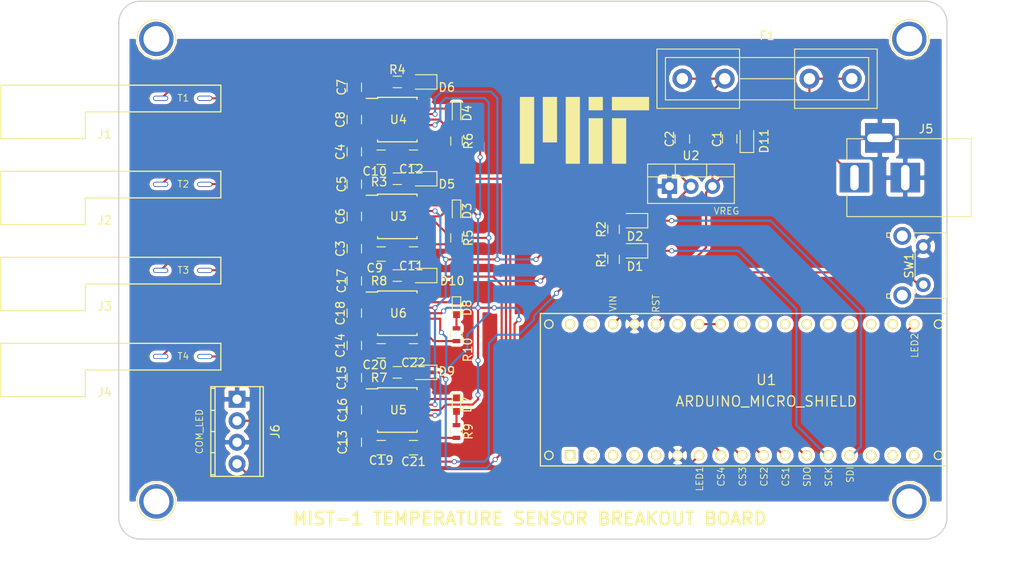
<source format=kicad_pcb>
(kicad_pcb (version 4) (host pcbnew 4.0.7)
  (layers (0 F.Cu signal) (31 B.Cu signal) (34 B.Paste user) (35 F.Paste user) (36 B.SilkS user) (37 F.SilkS user) (38 B.Mask user) (39 F.Mask user) (44 Edge.Cuts user))
  (net 0 "")
  (net 1 GND)
  (net 2 +3V3)
  (net 3 T2+)
  (net 4 T1+)
  (net 5 T2-)
  (net 6 T1-)
  (net 7 T4+)
  (net 8 T3+)
  (net 9 T4-)
  (net 10 T3-)
  (net 11 SCK)
  (net 12 SCK_3V3)
  (net 13 SDI)
  (net 14 SDI_3V3)
  (net 15 CS2)
  (net 16 "Net-(D5-Pad2)")
  (net 17 CS1)
  (net 18 "Net-(D6-Pad2)")
  (net 19 CS4)
  (net 20 "Net-(D9-Pad2)")
  (net 21 CS3)
  (net 22 "Net-(D10-Pad2)")
  (net 23 "Net-(D3-Pad2)")
  (net 24 "Net-(D4-Pad2)")
  (net 25 "Net-(D7-Pad2)")
  (net 26 "Net-(D8-Pad2)")
  (net 27 "Net-(U1-PadNC)")
  (net 28 SDO)
  (net 29 "Net-(D3-Pad1)")
  (net 30 "Net-(D4-Pad1)")
  (net 31 "Net-(D7-Pad1)")
  (net 32 "Net-(D8-Pad1)")
  (net 33 "Net-(F1-Pad2)")
  (net 34 VIN)
  (net 35 "Net-(SW1-Pad2)")
  (net 36 COM_LED2)
  (net 37 COM_LED1)
  (net 38 "Net-(U1-PadSCK)")
  (net 39 "Net-(U1-PadMI)")
  (net 40 "Net-(U1-Pad5V)")
  (net 41 "Net-(U1-PadA5)")
  (net 42 "Net-(U1-PadA4)")
  (net 43 "Net-(U1-PadA3)")
  (net 44 "Net-(U1-PadA2)")
  (net 45 "Net-(U1-PadA1)")
  (net 46 "Net-(U1-PadA0)")
  (net 47 "Net-(U1-PadAREF)")
  (net 48 "Net-(U1-Pad3.3V)")
  (net 49 "Net-(U1-PadMO)")
  (net 50 "Net-(U1-PadSS)")
  (net 51 "Net-(U1-PadTX)")
  (net 52 "Net-(U1-PadRX)")
  (net 53 "Net-(U1-Pad10)")
  (net 54 "Net-(U1-Pad11)")
  (net 55 "Net-(U1-Pad12)")
  (net 56 "Net-(U3-Pad6)")
  (net 57 "Net-(U3-Pad7)")
  (net 58 "Net-(U4-Pad6)")
  (net 59 "Net-(U4-Pad7)")
  (net 60 "Net-(U5-Pad6)")
  (net 61 "Net-(U5-Pad7)")
  (net 62 "Net-(U6-Pad6)")
  (net 63 "Net-(U6-Pad7)")
  (net 64 "Net-(U1-PadRST1)")
  (module Connectors:1pin (layer F.Cu) (at 207.645 142.875)
    (fp_text reference "" (at 0 -3.048) (layer F.SilkS))
    (fp_text value 1pin)
    (pad 1 thru_hole circle (at 0 0) (size 4.064 4.064) (drill 3.048) (layers *.Cu *.Mask))
  )
  (module Connectors:1pin (layer F.Cu) (at 118.745 142.875)
    (fp_text reference "" (at 0 -3.048) (layer F.SilkS))
    (fp_text value 1pin)
    (pad 1 thru_hole circle (at 0 0) (size 4.064 4.064) (drill 3.048) (layers *.Cu *.Mask))
  )
  (module Connectors:1pin (layer F.Cu) (at 118.745 88.265)
    (fp_text reference "" (at 0 -3.048) (layer F.SilkS))
    (fp_text value 1pin)
    (pad 1 thru_hole circle (at 0 0) (size 4.064 4.064) (drill 3.048) (layers *.Cu *.Mask))
  )
  (module Fuse_Holders_and_Fuses:Fuseholder5x20_horiz_open_inline_Type-I (layer F.Cu) (at 180.848 92.964)
    (fp_text reference F1 (at 10 -5.08) (layer F.SilkS))
    (fp_text value Fuse)
    (pad 2 thru_hole circle (at 15 0) (size 2.35 2.35) (drill 1.35) (layers *.Cu *.Mask) (net 33 "Net-(F1-Pad2)"))
    (pad 2 thru_hole circle (at 20 0) (size 2.35 2.35) (drill 1.35) (layers *.Cu *.Mask) (net 33 "Net-(F1-Pad2)"))
    (pad 1 thru_hole circle (at 5 0) (size 2.35 2.35) (drill 1.35) (layers *.Cu *.Mask) (net 34 VIN))
    (pad 1 thru_hole circle (at 0 0) (size 2.35 2.35) (drill 1.35) (layers *.Cu *.Mask) (net 34 VIN))
  )
  (module Housings_SSOP:TSSOP-14_4.4x5mm_Pitch0.65mm (layer F.Cu) (at 147.193 132.08)
    (fp_text reference U5 (at 0.127 0) (layer F.SilkS))
    (fp_text value MAX31856)
    (pad 1 smd rect (at -2.95 -1.95) (size 1.45 0.45) (layers F.Cu F.Paste F.Mask) (net 1 GND))
    (pad 2 smd rect (at -2.95 -1.3) (size 1.45 0.45) (layers F.Cu F.Paste F.Mask) (net 9 T4-))
    (pad 3 smd rect (at -2.95 -0.65) (size 1.45 0.45) (layers F.Cu F.Paste F.Mask) (net 9 T4-))
    (pad 4 smd rect (at -2.95 0) (size 1.45 0.45) (layers F.Cu F.Paste F.Mask) (net 7 T4+))
    (pad 5 smd rect (at -2.95 0.65) (size 1.45 0.45) (layers F.Cu F.Paste F.Mask) (net 2 +3V3))
    (pad 6 smd rect (at -2.95 1.3) (size 1.45 0.45) (layers F.Cu F.Paste F.Mask) (net 60 "Net-(U5-Pad6)"))
    (pad 7 smd rect (at -2.95 1.95) (size 1.45 0.45) (layers F.Cu F.Paste F.Mask) (net 61 "Net-(U5-Pad7)"))
    (pad 8 smd rect (at 2.95 1.95) (size 1.45 0.45) (layers F.Cu F.Paste F.Mask) (net 2 +3V3))
    (pad 9 smd rect (at 2.95 1.3) (size 1.45 0.45) (layers F.Cu F.Paste F.Mask) (net 20 "Net-(D9-Pad2)"))
    (pad 10 smd rect (at 2.95 0.65) (size 1.45 0.45) (layers F.Cu F.Paste F.Mask) (net 12 SCK_3V3))
    (pad 11 smd rect (at 2.95 0) (size 1.45 0.45) (layers F.Cu F.Paste F.Mask) (net 28 SDO))
    (pad 12 smd rect (at 2.95 -0.65) (size 1.45 0.45) (layers F.Cu F.Paste F.Mask) (net 14 SDI_3V3))
    (pad 13 smd rect (at 2.95 -1.3) (size 1.45 0.45) (layers F.Cu F.Paste F.Mask) (net 31 "Net-(D7-Pad1)"))
    (pad 14 smd rect (at 2.95 -1.95) (size 1.45 0.45) (layers F.Cu F.Paste F.Mask) (net 1 GND))
  )
  (module Capacitors_SMD:C_0805 (layer F.Cu) (at 186.436 100.076 90)
    (fp_text reference C1 (at 0 -1.5 90) (layer F.SilkS))
    (fp_text value 100nF)
    (pad 1 smd rect (at -1 0 90) (size 1 1.25) (layers F.Cu F.Paste F.Mask) (net 34 VIN))
    (pad 2 smd rect (at 1 0 90) (size 1 1.25) (layers F.Cu F.Paste F.Mask) (net 1 GND))
  )
  (module Capacitors_SMD:C_0805 (layer F.Cu) (at 180.848 100.076 90)
    (fp_text reference C2 (at 0 -1.5 90) (layer F.SilkS))
    (fp_text value 10uF)
    (pad 1 smd rect (at -1 0 90) (size 1 1.25) (layers F.Cu F.Paste F.Mask) (net 2 +3V3))
    (pad 2 smd rect (at 1 0 90) (size 1 1.25) (layers F.Cu F.Paste F.Mask) (net 1 GND))
  )
  (module Capacitors_SMD:C_0805 (layer F.Cu) (at 142.113 113.03 270)
    (fp_text reference C3 (at 0 1.651 270) (layer F.SilkS))
    (fp_text value 0.1uF)
    (pad 1 smd rect (at -1 0 270) (size 1 1.25) (layers F.Cu F.Paste F.Mask) (net 3 T2+))
    (pad 2 smd rect (at 1 0 270) (size 1 1.25) (layers F.Cu F.Paste F.Mask) (net 1 GND))
  )
  (module Capacitors_SMD:C_0805 (layer F.Cu) (at 142.113 101.6 270)
    (fp_text reference C4 (at 0 1.651 270) (layer F.SilkS))
    (fp_text value 0.1uF)
    (pad 1 smd rect (at -1 0 270) (size 1 1.25) (layers F.Cu F.Paste F.Mask) (net 4 T1+))
    (pad 2 smd rect (at 1 0 270) (size 1 1.25) (layers F.Cu F.Paste F.Mask) (net 1 GND))
  )
  (module Capacitors_SMD:C_0805 (layer F.Cu) (at 142.113 105.41 90)
    (fp_text reference C5 (at 0 -1.5 90) (layer F.SilkS))
    (fp_text value 0.1uF)
    (pad 1 smd rect (at -1 0 90) (size 1 1.25) (layers F.Cu F.Paste F.Mask) (net 5 T2-))
    (pad 2 smd rect (at 1 0 90) (size 1 1.25) (layers F.Cu F.Paste F.Mask) (net 1 GND))
  )
  (module Capacitors_SMD:C_0805 (layer F.Cu) (at 142.113 109.22 270)
    (fp_text reference C6 (at 0 1.651 270) (layer F.SilkS))
    (fp_text value 0.1uF)
    (pad 1 smd rect (at -1 0 270) (size 1 1.25) (layers F.Cu F.Paste F.Mask) (net 5 T2-))
    (pad 2 smd rect (at 1 0 270) (size 1 1.25) (layers F.Cu F.Paste F.Mask) (net 3 T2+))
  )
  (module Capacitors_SMD:C_0805 (layer F.Cu) (at 142.113 93.98 90)
    (fp_text reference C7 (at 0 -1.5 90) (layer F.SilkS))
    (fp_text value 0.1uF)
    (pad 1 smd rect (at -1 0 90) (size 1 1.25) (layers F.Cu F.Paste F.Mask) (net 6 T1-))
    (pad 2 smd rect (at 1 0 90) (size 1 1.25) (layers F.Cu F.Paste F.Mask) (net 1 GND))
  )
  (module Capacitors_SMD:C_0805 (layer F.Cu) (at 142.113 97.79 270)
    (fp_text reference C8 (at 0 1.651 270) (layer F.SilkS))
    (fp_text value 0.1uF)
    (pad 1 smd rect (at -1 0 270) (size 1 1.25) (layers F.Cu F.Paste F.Mask) (net 6 T1-))
    (pad 2 smd rect (at 1 0 270) (size 1 1.25) (layers F.Cu F.Paste F.Mask) (net 4 T1+))
  )
  (module Capacitors_SMD:C_0805 (layer F.Cu) (at 145.288 113.665 180)
    (fp_text reference C9 (at 0.762 -1.651 180) (layer F.SilkS))
    (fp_text value 0.1uF)
    (pad 1 smd rect (at -1 0 180) (size 1 1.25) (layers F.Cu F.Paste F.Mask) (net 2 +3V3))
    (pad 2 smd rect (at 1 0 180) (size 1 1.25) (layers F.Cu F.Paste F.Mask) (net 1 GND))
  )
  (module Capacitors_SMD:C_0805 (layer F.Cu) (at 145.288 102.235 180)
    (fp_text reference C10 (at 0.762 -1.651 180) (layer F.SilkS))
    (fp_text value 0.1uF)
    (pad 1 smd rect (at -1 0 180) (size 1 1.25) (layers F.Cu F.Paste F.Mask) (net 2 +3V3))
    (pad 2 smd rect (at 1 0 180) (size 1 1.25) (layers F.Cu F.Paste F.Mask) (net 1 GND))
  )
  (module Capacitors_SMD:C_0805 (layer F.Cu) (at 149.098 113.665)
    (fp_text reference C11 (at -0.254 1.397) (layer F.SilkS))
    (fp_text value 0.1uF)
    (pad 1 smd rect (at -1 0) (size 1 1.25) (layers F.Cu F.Paste F.Mask) (net 2 +3V3))
    (pad 2 smd rect (at 1 0) (size 1 1.25) (layers F.Cu F.Paste F.Mask) (net 1 GND))
  )
  (module Capacitors_SMD:C_0805 (layer F.Cu) (at 149.098 102.235)
    (fp_text reference C12 (at -0.254 1.397) (layer F.SilkS))
    (fp_text value 0.1uF)
    (pad 1 smd rect (at -1 0) (size 1 1.25) (layers F.Cu F.Paste F.Mask) (net 2 +3V3))
    (pad 2 smd rect (at 1 0) (size 1 1.25) (layers F.Cu F.Paste F.Mask) (net 1 GND))
  )
  (module Capacitors_SMD:C_0805 (layer F.Cu) (at 142.113 135.89 270)
    (fp_text reference C13 (at 0 1.397 270) (layer F.SilkS))
    (fp_text value 0.1uF)
    (pad 1 smd rect (at -1 0 270) (size 1 1.25) (layers F.Cu F.Paste F.Mask) (net 7 T4+))
    (pad 2 smd rect (at 1 0 270) (size 1 1.25) (layers F.Cu F.Paste F.Mask) (net 1 GND))
  )
  (module Capacitors_SMD:C_0805 (layer F.Cu) (at 142.113 124.46 270)
    (fp_text reference C14 (at 0 1.651 270) (layer F.SilkS))
    (fp_text value 0.1uF)
    (pad 1 smd rect (at -1 0 270) (size 1 1.25) (layers F.Cu F.Paste F.Mask) (net 8 T3+))
    (pad 2 smd rect (at 1 0 270) (size 1 1.25) (layers F.Cu F.Paste F.Mask) (net 1 GND))
  )
  (module Capacitors_SMD:C_0805 (layer F.Cu) (at 142.113 128.27 90)
    (fp_text reference C15 (at 0 -1.5 90) (layer F.SilkS))
    (fp_text value 0.1uF)
    (pad 1 smd rect (at -1 0 90) (size 1 1.25) (layers F.Cu F.Paste F.Mask) (net 9 T4-))
    (pad 2 smd rect (at 1 0 90) (size 1 1.25) (layers F.Cu F.Paste F.Mask) (net 1 GND))
  )
  (module Capacitors_SMD:C_0805 (layer F.Cu) (at 142.113 132.08 270)
    (fp_text reference C16 (at 0 1.397 270) (layer F.SilkS))
    (fp_text value 0.1uF)
    (pad 1 smd rect (at -1 0 270) (size 1 1.25) (layers F.Cu F.Paste F.Mask) (net 9 T4-))
    (pad 2 smd rect (at 1 0 270) (size 1 1.25) (layers F.Cu F.Paste F.Mask) (net 7 T4+))
  )
  (module Capacitors_SMD:C_0805 (layer F.Cu) (at 142.113 116.84 90)
    (fp_text reference C17 (at 0 -1.5 90) (layer F.SilkS))
    (fp_text value 0.1uF)
    (pad 1 smd rect (at -1 0 90) (size 1 1.25) (layers F.Cu F.Paste F.Mask) (net 10 T3-))
    (pad 2 smd rect (at 1 0 90) (size 1 1.25) (layers F.Cu F.Paste F.Mask) (net 1 GND))
  )
  (module Capacitors_SMD:C_0805 (layer F.Cu) (at 142.113 120.65 270)
    (fp_text reference C18 (at 0 1.651 270) (layer F.SilkS))
    (fp_text value 0.1uF)
    (pad 1 smd rect (at -1 0 270) (size 1 1.25) (layers F.Cu F.Paste F.Mask) (net 10 T3-))
    (pad 2 smd rect (at 1 0 270) (size 1 1.25) (layers F.Cu F.Paste F.Mask) (net 8 T3+))
  )
  (module Capacitors_SMD:C_0805 (layer F.Cu) (at 145.288 136.525 180)
    (fp_text reference C19 (at 0 -1.5 180) (layer F.SilkS))
    (fp_text value 0.1uF)
    (pad 1 smd rect (at -1 0 180) (size 1 1.25) (layers F.Cu F.Paste F.Mask) (net 2 +3V3))
    (pad 2 smd rect (at 1 0 180) (size 1 1.25) (layers F.Cu F.Paste F.Mask) (net 1 GND))
  )
  (module Capacitors_SMD:C_0805 (layer F.Cu) (at 145.288 125.095 180)
    (fp_text reference C20 (at 0.762 -1.651 180) (layer F.SilkS))
    (fp_text value 0.1uF)
    (pad 1 smd rect (at -1 0 180) (size 1 1.25) (layers F.Cu F.Paste F.Mask) (net 2 +3V3))
    (pad 2 smd rect (at 1 0 180) (size 1 1.25) (layers F.Cu F.Paste F.Mask) (net 1 GND))
  )
  (module Capacitors_SMD:C_0805 (layer F.Cu) (at 149.098 136.525)
    (fp_text reference C21 (at 0 1.651) (layer F.SilkS))
    (fp_text value 0.1uF)
    (pad 1 smd rect (at -1 0) (size 1 1.25) (layers F.Cu F.Paste F.Mask) (net 2 +3V3))
    (pad 2 smd rect (at 1 0) (size 1 1.25) (layers F.Cu F.Paste F.Mask) (net 1 GND))
  )
  (module Capacitors_SMD:C_0805 (layer F.Cu) (at 149.098 125.095)
    (fp_text reference C22 (at 0 1.397) (layer F.SilkS))
    (fp_text value 0.1uF)
    (pad 1 smd rect (at -1 0) (size 1 1.25) (layers F.Cu F.Paste F.Mask) (net 2 +3V3))
    (pad 2 smd rect (at 1 0) (size 1 1.25) (layers F.Cu F.Paste F.Mask) (net 1 GND))
  )
  (module Diodes_SMD:D_SOD-323 (layer F.Cu) (at 175.26 113.284 180)
    (fp_text reference D1 (at 0 -1.85 180) (layer F.SilkS))
    (fp_text value D)
    (pad 1 smd rect (at -1.05 0 180) (size 0.6 0.45) (layers F.Cu F.Paste F.Mask) (net 11 SCK))
    (pad 2 smd rect (at 1.05 0 180) (size 0.6 0.45) (layers F.Cu F.Paste F.Mask) (net 12 SCK_3V3))
  )
  (module Diodes_SMD:D_SOD-323 (layer F.Cu) (at 175.26 109.728 180)
    (fp_text reference D2 (at 0 -1.85 180) (layer F.SilkS))
    (fp_text value D)
    (pad 1 smd rect (at -1.05 0 180) (size 0.6 0.45) (layers F.Cu F.Paste F.Mask) (net 13 SDI))
    (pad 2 smd rect (at 1.05 0 180) (size 0.6 0.45) (layers F.Cu F.Paste F.Mask) (net 14 SDI_3V3))
  )
  (module Diodes_SMD:D_SOD-323 (layer F.Cu) (at 150.368 104.775 180)
    (fp_text reference D5 (at -2.667 -0.635 180) (layer F.SilkS))
    (fp_text value D)
    (pad 1 smd rect (at -1.05 0 180) (size 0.6 0.45) (layers F.Cu F.Paste F.Mask) (net 15 CS2))
    (pad 2 smd rect (at 1.05 0 180) (size 0.6 0.45) (layers F.Cu F.Paste F.Mask) (net 16 "Net-(D5-Pad2)"))
  )
  (module Diodes_SMD:D_SOD-323 (layer F.Cu) (at 150.368 93.345 180)
    (fp_text reference D6 (at -2.667 -0.635 180) (layer F.SilkS))
    (fp_text value D)
    (pad 1 smd rect (at -1.05 0 180) (size 0.6 0.45) (layers F.Cu F.Paste F.Mask) (net 17 CS1))
    (pad 2 smd rect (at 1.05 0 180) (size 0.6 0.45) (layers F.Cu F.Paste F.Mask) (net 18 "Net-(D6-Pad2)"))
  )
  (module Diodes_SMD:D_SOD-323 (layer F.Cu) (at 150.368 127.635 180)
    (fp_text reference D9 (at -2.667 0.127 180) (layer F.SilkS))
    (fp_text value D)
    (pad 1 smd rect (at -1.05 0 180) (size 0.6 0.45) (layers F.Cu F.Paste F.Mask) (net 19 CS4))
    (pad 2 smd rect (at 1.05 0 180) (size 0.6 0.45) (layers F.Cu F.Paste F.Mask) (net 20 "Net-(D9-Pad2)"))
  )
  (module Diodes_SMD:D_SOD-323 (layer F.Cu) (at 150.368 116.205 180)
    (fp_text reference D10 (at -3.302 -0.635 180) (layer F.SilkS))
    (fp_text value D)
    (pad 1 smd rect (at -1.05 0 180) (size 0.6 0.45) (layers F.Cu F.Paste F.Mask) (net 21 CS3))
    (pad 2 smd rect (at 1.05 0 180) (size 0.6 0.45) (layers F.Cu F.Paste F.Mask) (net 22 "Net-(D10-Pad2)"))
  )
  (module Diodes_SMD:D_0805 (layer F.Cu) (at 188.468 100.076 90)
    (fp_text reference D11 (at -0.254 2.032 90) (layer F.SilkS))
    (fp_text value D_Zener)
    (pad 1 smd rect (at -1.05 0 90) (size 0.8 0.9) (layers F.Cu F.Paste F.Mask) (net 34 VIN))
    (pad 2 smd rect (at 1.05 0 90) (size 0.8 0.9) (layers F.Cu F.Paste F.Mask) (net 1 GND))
  )
  (module Resistors_SMD:R_0603 (layer F.Cu) (at 172.72 114.3 90)
    (fp_text reference R1 (at 0 -1.45 90) (layer F.SilkS))
    (fp_text value 3.3k)
    (pad 1 smd rect (at -0.75 0 90) (size 0.5 0.9) (layers F.Cu F.Paste F.Mask) (net 2 +3V3))
    (pad 2 smd rect (at 0.75 0 90) (size 0.5 0.9) (layers F.Cu F.Paste F.Mask) (net 12 SCK_3V3))
  )
  (module Resistors_SMD:R_0603 (layer F.Cu) (at 172.72 110.744 90)
    (fp_text reference R2 (at 0 -1.45 90) (layer F.SilkS))
    (fp_text value 3.3k)
    (pad 1 smd rect (at -0.75 0 90) (size 0.5 0.9) (layers F.Cu F.Paste F.Mask) (net 2 +3V3))
    (pad 2 smd rect (at 0.75 0 90) (size 0.5 0.9) (layers F.Cu F.Paste F.Mask) (net 14 SDI_3V3))
  )
  (module Resistors_SMD:R_0603 (layer F.Cu) (at 147.193 104.775)
    (fp_text reference R3 (at -2.159 0.381) (layer F.SilkS))
    (fp_text value 3.3k)
    (pad 1 smd rect (at -0.75 0) (size 0.5 0.9) (layers F.Cu F.Paste F.Mask) (net 2 +3V3))
    (pad 2 smd rect (at 0.75 0) (size 0.5 0.9) (layers F.Cu F.Paste F.Mask) (net 16 "Net-(D5-Pad2)"))
  )
  (module Resistors_SMD:R_0603 (layer F.Cu) (at 147.193 93.345)
    (fp_text reference R4 (at 0 -1.45) (layer F.SilkS))
    (fp_text value 3.3k)
    (pad 1 smd rect (at -0.75 0) (size 0.5 0.9) (layers F.Cu F.Paste F.Mask) (net 2 +3V3))
    (pad 2 smd rect (at 0.75 0) (size 0.5 0.9) (layers F.Cu F.Paste F.Mask) (net 18 "Net-(D6-Pad2)"))
  )
  (module Resistors_SMD:R_0603 (layer F.Cu) (at 154.178 111.76 90)
    (fp_text reference R5 (at 0 1.397 90) (layer F.SilkS))
    (fp_text value 1k)
    (pad 1 smd rect (at -0.75 0 90) (size 0.5 0.9) (layers F.Cu F.Paste F.Mask) (net 2 +3V3))
    (pad 2 smd rect (at 0.75 0 90) (size 0.5 0.9) (layers F.Cu F.Paste F.Mask) (net 23 "Net-(D3-Pad2)"))
  )
  (module Resistors_SMD:R_0603 (layer F.Cu) (at 154.178 100.33 90)
    (fp_text reference R6 (at 0 1.397 90) (layer F.SilkS))
    (fp_text value 1k)
    (pad 1 smd rect (at -0.75 0 90) (size 0.5 0.9) (layers F.Cu F.Paste F.Mask) (net 2 +3V3))
    (pad 2 smd rect (at 0.75 0 90) (size 0.5 0.9) (layers F.Cu F.Paste F.Mask) (net 24 "Net-(D4-Pad2)"))
  )
  (module Resistors_SMD:R_0603 (layer F.Cu) (at 147.193 127.635)
    (fp_text reference R7 (at -2.159 0.635) (layer F.SilkS))
    (fp_text value 3.3k)
    (pad 1 smd rect (at -0.75 0) (size 0.5 0.9) (layers F.Cu F.Paste F.Mask) (net 2 +3V3))
    (pad 2 smd rect (at 0.75 0) (size 0.5 0.9) (layers F.Cu F.Paste F.Mask) (net 20 "Net-(D9-Pad2)"))
  )
  (module Resistors_SMD:R_0603 (layer F.Cu) (at 147.193 116.205)
    (fp_text reference R8 (at -2.159 0.635) (layer F.SilkS))
    (fp_text value 3.3k)
    (pad 1 smd rect (at -0.75 0) (size 0.5 0.9) (layers F.Cu F.Paste F.Mask) (net 2 +3V3))
    (pad 2 smd rect (at 0.75 0) (size 0.5 0.9) (layers F.Cu F.Paste F.Mask) (net 22 "Net-(D10-Pad2)"))
  )
  (module Resistors_SMD:R_0603 (layer F.Cu) (at 154.178 134.62 90)
    (fp_text reference R9 (at 0 1.397 90) (layer F.SilkS))
    (fp_text value 1k)
    (pad 1 smd rect (at -0.75 0 90) (size 0.5 0.9) (layers F.Cu F.Paste F.Mask) (net 2 +3V3))
    (pad 2 smd rect (at 0.75 0 90) (size 0.5 0.9) (layers F.Cu F.Paste F.Mask) (net 25 "Net-(D7-Pad2)"))
  )
  (module Resistors_SMD:R_0603 (layer F.Cu) (at 154.178 123.19 90)
    (fp_text reference R10 (at -1.778 1.3335 90) (layer F.SilkS))
    (fp_text value 1k)
    (pad 1 smd rect (at -0.75 0 90) (size 0.5 0.9) (layers F.Cu F.Paste F.Mask) (net 2 +3V3))
    (pad 2 smd rect (at 0.75 0 90) (size 0.5 0.9) (layers F.Cu F.Paste F.Mask) (net 26 "Net-(D8-Pad2)"))
  )
  (module Housings_SSOP:TSSOP-14_4.4x5mm_Pitch0.65mm (layer F.Cu) (at 147.193 109.22)
    (fp_text reference U3 (at 0.127 0) (layer F.SilkS))
    (fp_text value MAX31856)
    (pad 1 smd rect (at -2.95 -1.95) (size 1.45 0.45) (layers F.Cu F.Paste F.Mask) (net 1 GND))
    (pad 2 smd rect (at -2.95 -1.3) (size 1.45 0.45) (layers F.Cu F.Paste F.Mask) (net 5 T2-))
    (pad 3 smd rect (at -2.95 -0.65) (size 1.45 0.45) (layers F.Cu F.Paste F.Mask) (net 5 T2-))
    (pad 4 smd rect (at -2.95 0) (size 1.45 0.45) (layers F.Cu F.Paste F.Mask) (net 3 T2+))
    (pad 5 smd rect (at -2.95 0.65) (size 1.45 0.45) (layers F.Cu F.Paste F.Mask) (net 2 +3V3))
    (pad 6 smd rect (at -2.95 1.3) (size 1.45 0.45) (layers F.Cu F.Paste F.Mask) (net 56 "Net-(U3-Pad6)"))
    (pad 7 smd rect (at -2.95 1.95) (size 1.45 0.45) (layers F.Cu F.Paste F.Mask) (net 57 "Net-(U3-Pad7)"))
    (pad 8 smd rect (at 2.95 1.95) (size 1.45 0.45) (layers F.Cu F.Paste F.Mask) (net 2 +3V3))
    (pad 9 smd rect (at 2.95 1.3) (size 1.45 0.45) (layers F.Cu F.Paste F.Mask) (net 16 "Net-(D5-Pad2)"))
    (pad 10 smd rect (at 2.95 0.65) (size 1.45 0.45) (layers F.Cu F.Paste F.Mask) (net 12 SCK_3V3))
    (pad 11 smd rect (at 2.95 0) (size 1.45 0.45) (layers F.Cu F.Paste F.Mask) (net 28 SDO))
    (pad 12 smd rect (at 2.95 -0.65) (size 1.45 0.45) (layers F.Cu F.Paste F.Mask) (net 14 SDI_3V3))
    (pad 13 smd rect (at 2.95 -1.3) (size 1.45 0.45) (layers F.Cu F.Paste F.Mask) (net 29 "Net-(D3-Pad1)"))
    (pad 14 smd rect (at 2.95 -1.95) (size 1.45 0.45) (layers F.Cu F.Paste F.Mask) (net 1 GND))
  )
  (module Housings_SSOP:TSSOP-14_4.4x5mm_Pitch0.65mm (layer F.Cu) (at 147.193 97.79)
    (fp_text reference U4 (at 0.127 0) (layer F.SilkS))
    (fp_text value MAX31856)
    (pad 1 smd rect (at -2.95 -1.95) (size 1.45 0.45) (layers F.Cu F.Paste F.Mask) (net 1 GND))
    (pad 2 smd rect (at -2.95 -1.3) (size 1.45 0.45) (layers F.Cu F.Paste F.Mask) (net 6 T1-))
    (pad 3 smd rect (at -2.95 -0.65) (size 1.45 0.45) (layers F.Cu F.Paste F.Mask) (net 6 T1-))
    (pad 4 smd rect (at -2.95 0) (size 1.45 0.45) (layers F.Cu F.Paste F.Mask) (net 4 T1+))
    (pad 5 smd rect (at -2.95 0.65) (size 1.45 0.45) (layers F.Cu F.Paste F.Mask) (net 2 +3V3))
    (pad 6 smd rect (at -2.95 1.3) (size 1.45 0.45) (layers F.Cu F.Paste F.Mask) (net 58 "Net-(U4-Pad6)"))
    (pad 7 smd rect (at -2.95 1.95) (size 1.45 0.45) (layers F.Cu F.Paste F.Mask) (net 59 "Net-(U4-Pad7)"))
    (pad 8 smd rect (at 2.95 1.95) (size 1.45 0.45) (layers F.Cu F.Paste F.Mask) (net 2 +3V3))
    (pad 9 smd rect (at 2.95 1.3) (size 1.45 0.45) (layers F.Cu F.Paste F.Mask) (net 18 "Net-(D6-Pad2)"))
    (pad 10 smd rect (at 2.95 0.65) (size 1.45 0.45) (layers F.Cu F.Paste F.Mask) (net 12 SCK_3V3))
    (pad 11 smd rect (at 2.95 0) (size 1.45 0.45) (layers F.Cu F.Paste F.Mask) (net 28 SDO))
    (pad 12 smd rect (at 2.95 -0.65) (size 1.45 0.45) (layers F.Cu F.Paste F.Mask) (net 14 SDI_3V3))
    (pad 13 smd rect (at 2.95 -1.3) (size 1.45 0.45) (layers F.Cu F.Paste F.Mask) (net 30 "Net-(D4-Pad1)"))
    (pad 14 smd rect (at 2.95 -1.95) (size 1.45 0.45) (layers F.Cu F.Paste F.Mask) (net 1 GND))
  )
  (module Housings_SSOP:TSSOP-14_4.4x5mm_Pitch0.65mm (layer F.Cu) (at 147.193 120.65)
    (fp_text reference U6 (at 0.127 0) (layer F.SilkS))
    (fp_text value MAX31856)
    (pad 1 smd rect (at -2.95 -1.95) (size 1.45 0.45) (layers F.Cu F.Paste F.Mask) (net 1 GND))
    (pad 2 smd rect (at -2.95 -1.3) (size 1.45 0.45) (layers F.Cu F.Paste F.Mask) (net 10 T3-))
    (pad 3 smd rect (at -2.95 -0.65) (size 1.45 0.45) (layers F.Cu F.Paste F.Mask) (net 10 T3-))
    (pad 4 smd rect (at -2.95 0) (size 1.45 0.45) (layers F.Cu F.Paste F.Mask) (net 8 T3+))
    (pad 5 smd rect (at -2.95 0.65) (size 1.45 0.45) (layers F.Cu F.Paste F.Mask) (net 2 +3V3))
    (pad 6 smd rect (at -2.95 1.3) (size 1.45 0.45) (layers F.Cu F.Paste F.Mask) (net 62 "Net-(U6-Pad6)"))
    (pad 7 smd rect (at -2.95 1.95) (size 1.45 0.45) (layers F.Cu F.Paste F.Mask) (net 63 "Net-(U6-Pad7)"))
    (pad 8 smd rect (at 2.95 1.95) (size 1.45 0.45) (layers F.Cu F.Paste F.Mask) (net 2 +3V3))
    (pad 9 smd rect (at 2.95 1.3) (size 1.45 0.45) (layers F.Cu F.Paste F.Mask) (net 22 "Net-(D10-Pad2)"))
    (pad 10 smd rect (at 2.95 0.65) (size 1.45 0.45) (layers F.Cu F.Paste F.Mask) (net 12 SCK_3V3))
    (pad 11 smd rect (at 2.95 0) (size 1.45 0.45) (layers F.Cu F.Paste F.Mask) (net 28 SDO))
    (pad 12 smd rect (at 2.95 -0.65) (size 1.45 0.45) (layers F.Cu F.Paste F.Mask) (net 14 SDI_3V3))
    (pad 13 smd rect (at 2.95 -1.3) (size 1.45 0.45) (layers F.Cu F.Paste F.Mask) (net 32 "Net-(D8-Pad1)"))
    (pad 14 smd rect (at 2.95 -1.95) (size 1.45 0.45) (layers F.Cu F.Paste F.Mask) (net 1 GND))
  )
  (module TO_SOT_Packages_THT:TO-220-3_Vertical (layer F.Cu) (at 179.324 105.664)
    (fp_text reference U2 (at 2.54 -3.62) (layer F.SilkS))
    (fp_text value LD1117S33TR_SOT223)
    (pad 1 thru_hole rect (at 0 0) (size 1.8 1.8) (drill 1) (layers *.Cu *.Mask) (net 1 GND))
    (pad 2 thru_hole oval (at 2.54 0) (size 1.8 1.8) (drill 1) (layers *.Cu *.Mask) (net 2 +3V3))
    (pad 3 thru_hole oval (at 5.08 0) (size 1.8 1.8) (drill 1) (layers *.Cu *.Mask) (net 34 VIN))
  )
  (module Connectors:BARREL_JACK (layer F.Cu) (at 201.168 104.648 180)
    (fp_text reference J5 (at -8.45 5.75 360) (layer F.SilkS))
    (fp_text value Barrel_Jack)
    (pad 1 thru_hole rect (at 0 0 180) (size 3.5 3.5) (drill oval 1 3) (layers *.Cu *.Mask) (net 33 "Net-(F1-Pad2)"))
    (pad 2 thru_hole rect (at -6 0 180) (size 3.5 3.5) (drill oval 1 3) (layers *.Cu *.Mask) (net 1 GND))
    (pad 3 thru_hole rect (at -3 4.7 180) (size 3.5 3.5) (drill oval 3 1) (layers *.Cu *.Mask) (net 1 GND))
  )
  (module Buttons_Switches_THT:SW_Tactile_SPST_Angled_PTS645Vx39-2LFS (layer F.Cu) (at 209.296 112.776 270)
    (fp_text reference SW1 (at 2.25 1.68 270) (layer F.SilkS))
    (fp_text value SW_Push)
    (pad "" thru_hole circle (at 5.76 2.49 270) (size 2.1 2.1) (drill 1.3) (layers *.Cu *.Mask))
    (pad 2 thru_hole circle (at 4.5 0 270) (size 1.75 1.75) (drill 0.99) (layers *.Cu *.Mask) (net 35 "Net-(SW1-Pad2)"))
    (pad 1 thru_hole circle (at 0 0 270) (size 1.75 1.75) (drill 0.99) (layers *.Cu *.Mask) (net 1 GND))
    (pad "" thru_hole circle (at -1.25 2.49 270) (size 2.1 2.1) (drill 1.3) (layers *.Cu *.Mask))
  )
  (module Connectors:1pin (layer F.Cu) (at 207.645 88.265)
    (fp_text reference "" (at 0 -3.048) (layer F.SilkS))
    (fp_text value 1pin)
    (pad 1 thru_hole circle (at 0 0) (size 4.064 4.064) (drill 3.048) (layers *.Cu *.Mask))
  )
  (module TemperatureSensor:Thermocouple_Pins (layer F.Cu) (at 124.46 105.41)
    (fp_text reference J2 (at -11.82116 4.26974) (layer F.SilkS))
    (fp_text value Conn_01x02)
    (pad 2 thru_hole oval (at -0.00516 0.02774) (size 1.8 0.6) (drill oval 1.6 0.4) (layers *.Cu *.Mask) (net 3 T2+))
    (pad 1 thru_hole oval (at -5.21716 0.02774) (size 1.8 0.6) (drill oval 1.6 0.4) (layers *.Cu *.Mask) (net 5 T2-))
  )
  (module TemperatureSensor:Thermocouple_Pins (layer F.Cu) (at 124.46 115.57)
    (fp_text reference J3 (at -11.82116 4.26974) (layer F.SilkS))
    (fp_text value Conn_01x02)
    (pad 2 thru_hole oval (at -0.00516 0.02774) (size 1.8 0.6) (drill oval 1.6 0.4) (layers *.Cu *.Mask) (net 8 T3+))
    (pad 1 thru_hole oval (at -5.21716 0.02774) (size 1.8 0.6) (drill oval 1.6 0.4) (layers *.Cu *.Mask) (net 10 T3-))
  )
  (module TemperatureSensor:Thermocouple_Pins (layer F.Cu) (at 124.46 125.73)
    (fp_text reference J4 (at -11.82116 4.26974) (layer F.SilkS))
    (fp_text value Conn_01x02)
    (pad 2 thru_hole oval (at -0.00516 0.02774) (size 1.8 0.6) (drill oval 1.6 0.4) (layers *.Cu *.Mask) (net 7 T4+))
    (pad 1 thru_hole oval (at -5.21716 0.02774) (size 1.8 0.6) (drill oval 1.6 0.4) (layers *.Cu *.Mask) (net 9 T4-))
  )
  (module TemperatureSensor:Thermocouple_Pins (layer F.Cu) (at 124.46 95.25)
    (fp_text reference J1 (at -11.82116 4.26974) (layer F.SilkS))
    (fp_text value Conn_01x02)
    (pad 2 thru_hole oval (at -0.00516 0.02774) (size 1.8 0.6) (drill oval 1.6 0.4) (layers *.Cu *.Mask) (net 4 T1+))
    (pad 1 thru_hole oval (at -5.21716 0.02774) (size 1.8 0.6) (drill oval 1.6 0.4) (layers *.Cu *.Mask) (net 6 T1-))
  )
  (module LEDs:LED_0603 (layer F.Cu) (at 154.178 108.585 270)
    (fp_text reference D3 (at 0 -1.25 270) (layer F.SilkS))
    (fp_text value LED)
    (pad 2 smd rect (at 0.8 0 90) (size 0.8 0.8) (layers F.Cu F.Paste F.Mask) (net 23 "Net-(D3-Pad2)"))
    (pad 1 smd rect (at -0.8 0 90) (size 0.8 0.8) (layers F.Cu F.Paste F.Mask) (net 29 "Net-(D3-Pad1)"))
  )
  (module LEDs:LED_0603 (layer F.Cu) (at 154.178 97.028 270)
    (fp_text reference D4 (at 0 -1.25 270) (layer F.SilkS))
    (fp_text value LED)
    (pad 2 smd rect (at 0.8 0 90) (size 0.8 0.8) (layers F.Cu F.Paste F.Mask) (net 24 "Net-(D4-Pad2)"))
    (pad 1 smd rect (at -0.8 0 90) (size 0.8 0.8) (layers F.Cu F.Paste F.Mask) (net 30 "Net-(D4-Pad1)"))
  )
  (module LEDs:LED_0603 (layer F.Cu) (at 154.178 131.445 270)
    (fp_text reference D7 (at 0 -1.25 270) (layer F.SilkS))
    (fp_text value LED)
    (pad 2 smd rect (at 0.8 0 90) (size 0.8 0.8) (layers F.Cu F.Paste F.Mask) (net 25 "Net-(D7-Pad2)"))
    (pad 1 smd rect (at -0.8 0 90) (size 0.8 0.8) (layers F.Cu F.Paste F.Mask) (net 31 "Net-(D7-Pad1)"))
  )
  (module LEDs:LED_0603 (layer F.Cu) (at 154.178 120.015 270)
    (fp_text reference D8 (at 0 -1.25 270) (layer F.SilkS))
    (fp_text value LED)
    (pad 2 smd rect (at 0.8 0 90) (size 0.8 0.8) (layers F.Cu F.Paste F.Mask) (net 26 "Net-(D8-Pad2)"))
    (pad 1 smd rect (at -0.8 0 90) (size 0.8 0.8) (layers F.Cu F.Paste F.Mask) (net 32 "Net-(D8-Pad1)"))
  )
  (module TerminalBlocks_Phoenix:TerminalBlock_Phoenix_MPT-2.54mm_4pol (layer F.Cu) (at 128.27 130.81 270)
    (fp_text reference J6 (at 3.81 -4.50088 270) (layer F.SilkS))
    (fp_text value Conn_01x04)
    (pad 4 thru_hole oval (at 7.62 0 90) (size 1.99898 1.99898) (drill 1.09728) (layers *.Cu *.Mask) (net 36 COM_LED2))
    (pad 1 thru_hole rect (at 0 0 90) (size 1.99898 1.99898) (drill 1.09728) (layers *.Cu *.Mask) (net 1 GND))
    (pad 2 thru_hole oval (at 2.54 0 90) (size 1.99898 1.99898) (drill 1.09728) (layers *.Cu *.Mask) (net 37 COM_LED1))
    (pad 3 thru_hole oval (at 5.08 0 90) (size 1.99898 1.99898) (drill 1.09728) (layers *.Cu *.Mask) (net 1 GND))
  )
  (module TemperatureSensor:mit-logo (layer F.Cu) (at 169.291 99.06)
    (fp_text reference G*** hide)
    (fp_text value LOGO hide)
  )
  (module TemperatureSensor:ARDUINO_MICRO_SHIELD1 (layer F.Cu) (at 164.084 138.684)
    (fp_text reference U1 (at 26.67 -10.16) (layer F.SilkS) (effects (font (size 1.2 1.2))))
    (fp_text value ARDUINO_MICRO_SHIELD (at 26.67 -7.62) (layer F.SilkS) (effects (font (size 1.2 1.2))))
    (pad SCK thru_hole circle (at 3.5 -16.746) (size 1.2 1.2) (drill 0.8) (layers *.Cu *.Mask F.SilkS) (net 38 "Net-(U1-PadSCK)"))
    (pad MI thru_hole circle (at 6.04 -16.746) (size 1.2 1.2) (drill 0.8) (layers *.Cu *.Mask F.SilkS) (net 39 "Net-(U1-PadMI)"))
    (pad VI thru_hole circle (at 8.58 -16.746) (size 1.2 1.2) (drill 0.8) (layers *.Cu *.Mask F.SilkS) (net 34 VIN))
    (pad GND thru_hole circle (at 11.12 -16.746) (size 1.2 1.2) (drill 0.8) (layers *.Cu *.Mask F.SilkS) (net 1 GND))
    (pad RST thru_hole circle (at 13.66 -16.746) (size 1.2 1.2) (drill 0.8) (layers *.Cu *.Mask F.SilkS) (net 35 "Net-(SW1-Pad2)"))
    (pad 5V thru_hole circle (at 16.2 -16.746) (size 1.2 1.2) (drill 0.8) (layers *.Cu *.Mask F.SilkS) (net 40 "Net-(U1-Pad5V)"))
    (pad NC thru_hole circle (at 18.74 -16.746) (size 1.2 1.2) (drill 0.8) (layers *.Cu *.Mask F.SilkS) (net 27 "Net-(U1-PadNC)"))
    (pad NC thru_hole circle (at 21.28 -16.746) (size 1.2 1.2) (drill 0.8) (layers *.Cu *.Mask F.SilkS) (net 27 "Net-(U1-PadNC)"))
    (pad A5 thru_hole circle (at 23.82 -16.746) (size 1.2 1.2) (drill 0.8) (layers *.Cu *.Mask F.SilkS) (net 41 "Net-(U1-PadA5)"))
    (pad A4 thru_hole circle (at 26.36 -16.746) (size 1.2 1.2) (drill 0.8) (layers *.Cu *.Mask F.SilkS) (net 42 "Net-(U1-PadA4)"))
    (pad A3 thru_hole circle (at 28.9 -16.746) (size 1.2 1.2) (drill 0.8) (layers *.Cu *.Mask F.SilkS) (net 43 "Net-(U1-PadA3)"))
    (pad A2 thru_hole circle (at 31.44 -16.746) (size 1.2 1.2) (drill 0.8) (layers *.Cu *.Mask F.SilkS) (net 44 "Net-(U1-PadA2)"))
    (pad A1 thru_hole circle (at 33.98 -16.746) (size 1.2 1.2) (drill 0.8) (layers *.Cu *.Mask F.SilkS) (net 45 "Net-(U1-PadA1)"))
    (pad A0 thru_hole circle (at 36.52 -16.746) (size 1.2 1.2) (drill 0.8) (layers *.Cu *.Mask F.SilkS) (net 46 "Net-(U1-PadA0)"))
    (pad AREF thru_hole circle (at 39.06 -16.746) (size 1.2 1.2) (drill 0.8) (layers *.Cu *.Mask F.SilkS) (net 47 "Net-(U1-PadAREF)"))
    (pad 3.3V thru_hole circle (at 41.6 -16.746) (size 1.2 1.2) (drill 0.8) (layers *.Cu *.Mask F.SilkS) (net 48 "Net-(U1-Pad3.3V)"))
    (pad 13 thru_hole circle (at 44.14 -16.746) (size 1.2 1.2) (drill 0.8) (layers *.Cu *.Mask F.SilkS) (net 36 COM_LED2))
    (pad MO thru_hole rect (at 3.5 -1.254) (size 1.2 1.2) (drill 0.8) (layers *.Cu *.Mask F.SilkS) (net 49 "Net-(U1-PadMO)"))
    (pad SS thru_hole circle (at 6.04 -1.254) (size 1.2 1.2) (drill 0.8) (layers *.Cu *.Mask F.SilkS) (net 50 "Net-(U1-PadSS)"))
    (pad TX thru_hole circle (at 8.58 -1.254) (size 1.2 1.2) (drill 0.8) (layers *.Cu *.Mask F.SilkS) (net 51 "Net-(U1-PadTX)"))
    (pad RX thru_hole circle (at 11.12 -1.254) (size 1.2 1.2) (drill 0.8) (layers *.Cu *.Mask F.SilkS) (net 52 "Net-(U1-PadRX)"))
    (pad RST1 thru_hole circle (at 13.66 -1.254) (size 1.2 1.2) (drill 0.8) (layers *.Cu *.Mask F.SilkS) (net 64 "Net-(U1-PadRST1)"))
    (pad GND thru_hole circle (at 16.2 -1.254) (size 1.2 1.2) (drill 0.8) (layers *.Cu *.Mask F.SilkS) (net 1 GND))
    (pad 2 thru_hole circle (at 18.74 -1.254) (size 1.2 1.2) (drill 0.8) (layers *.Cu *.Mask F.SilkS) (net 37 COM_LED1))
    (pad 3 thru_hole circle (at 21.28 -1.254) (size 1.2 1.2) (drill 0.8) (layers *.Cu *.Mask F.SilkS) (net 19 CS4))
    (pad 4 thru_hole circle (at 23.82 -1.254) (size 1.2 1.2) (drill 0.8) (layers *.Cu *.Mask F.SilkS) (net 21 CS3))
    (pad 5 thru_hole circle (at 26.36 -1.254) (size 1.2 1.2) (drill 0.8) (layers *.Cu *.Mask F.SilkS) (net 15 CS2))
    (pad 6 thru_hole circle (at 28.9 -1.254) (size 1.2 1.2) (drill 0.8) (layers *.Cu *.Mask F.SilkS) (net 17 CS1))
    (pad 7 thru_hole circle (at 31.44 -1.254) (size 1.2 1.2) (drill 0.8) (layers *.Cu *.Mask F.SilkS) (net 28 SDO))
    (pad 8 thru_hole circle (at 33.98 -1.254) (size 1.2 1.2) (drill 0.8) (layers *.Cu *.Mask F.SilkS) (net 11 SCK))
    (pad 9 thru_hole circle (at 36.52 -1.254) (size 1.2 1.2) (drill 0.8) (layers *.Cu *.Mask F.SilkS) (net 13 SDI))
    (pad 10 thru_hole circle (at 39.06 -1.254) (size 1.2 1.2) (drill 0.8) (layers *.Cu *.Mask F.SilkS) (net 53 "Net-(U1-Pad10)"))
    (pad 11 thru_hole circle (at 41.6 -1.254) (size 1.2 1.2) (drill 0.8) (layers *.Cu *.Mask F.SilkS) (net 54 "Net-(U1-Pad11)"))
    (pad 12 thru_hole circle (at 44.14 -1.254) (size 1.2 1.2) (drill 0.8) (layers *.Cu *.Mask F.SilkS) (net 55 "Net-(U1-Pad12)"))
  )
  (gr_text SDO (at 195.58 139.954 90) (layer F.SilkS) (effects (font (size 0.8 0.8) (thickness 0.1))))
  (gr_line (start 114.3 86.36) (end 114.3 144.78) (angle 90) (layer Edge.Cuts) (width 0.15))
  (gr_line (start 209.55 83.82) (end 116.84 83.82) (angle 90) (layer Edge.Cuts) (width 0.15))
  (gr_line (start 212.09 144.78) (end 212.09 86.36) (angle 90) (layer Edge.Cuts) (width 0.15))
  (gr_line (start 116.84 147.32) (end 209.55 147.32) (angle 90) (layer Edge.Cuts) (width 0.15))
  (gr_arc (start 116.84 144.78) (end 116.84 147.32) (angle 90) (layer Edge.Cuts) (width 0.15))
  (gr_arc (start 209.55 144.78) (end 212.09 144.78) (angle 90) (layer Edge.Cuts) (width 0.15))
  (gr_arc (start 209.55 86.36) (end 209.55 83.82) (angle 90) (layer Edge.Cuts) (width 0.15))
  (gr_arc (start 116.84 86.36) (end 114.3 86.36) (angle 90) (layer Edge.Cuts) (width 0.15))
  (gr_text LED2 (at 208.28 124.46 90) (layer F.SilkS) (effects (font (size 0.8 0.8) (thickness 0.1))))
  (gr_text VIN (at 172.6565 119.507 90) (layer F.SilkS) (effects (font (size 0.8 0.8) (thickness 0.1))))
  (gr_text RST (at 177.7365 119.507 90) (layer F.SilkS) (effects (font (size 0.8 0.8) (thickness 0.1))))
  (gr_text LED1 (at 182.88 140.208 90) (layer F.SilkS) (effects (font (size 0.8 0.8) (thickness 0.1))))
  (gr_text SDI (at 200.66 139.7 90) (layer F.SilkS) (effects (font (size 0.8 0.8) (thickness 0.1))))
  (gr_text SCK (at 198.12 139.954 90) (layer F.SilkS) (effects (font (size 0.8 0.8) (thickness 0.1))))
  (gr_text CS1 (at 193.04 139.954 90) (layer F.SilkS) (effects (font (size 0.8 0.8) (thickness 0.1))))
  (gr_text CS2 (at 190.5 139.954 90) (layer F.SilkS) (effects (font (size 0.8 0.8) (thickness 0.1))))
  (gr_text CS3 (at 187.96 139.954 90) (layer F.SilkS) (effects (font (size 0.8 0.8) (thickness 0.1))))
  (gr_text CS4 (at 185.42 139.954 90) (layer F.SilkS) (effects (font (size 0.8 0.8) (thickness 0.1))))
  (gr_text VREG (at 186.055 108.585) (layer F.SilkS) (effects (font (size 0.8 0.8) (thickness 0.1))))
  (gr_text T4 (at 121.92 125.73) (layer F.SilkS) (effects (font (size 0.8 0.8) (thickness 0.1))))
  (gr_text T3 (at 121.92 115.57) (layer F.SilkS) (effects (font (size 0.8 0.8) (thickness 0.1))))
  (gr_text T2 (at 121.92 105.41) (layer F.SilkS) (effects (font (size 0.8 0.8) (thickness 0.1))))
  (gr_text T1 (at 121.92 95.25) (layer F.SilkS) (effects (font (size 0.8 0.8) (thickness 0.1))))
  (gr_text COM_LED (at 123.825 134.62 90) (layer F.SilkS) (effects (font (size 0.8 0.8) (thickness 0.1))))
  (gr_text "MIST-1 TEMPERATURE SENSOR BREAKOUT BOARD" (at 162.814 144.907) (layer F.SilkS) (effects (font (size 1.5 1.5) (thickness 0.3))))
  (segment (start 150.143 107.27) (end 150.143 105.889) (width 0.25) (layer F.Cu) (net 1))
  (segment (start 150.098 105.844) (end 150.098 102.235) (width 0.25) (layer F.Cu) (net 1))
  (segment (start 150.143 105.889) (end 150.098 105.844) (width 0.25) (layer F.Cu) (net 1))
  (segment (start 154.686 126.238) (end 154.686 125.984) (width 0.25) (layer F.Cu) (net 1))
  (segment (start 150.987 117.856) (end 150.143 118.7) (width 0.25) (layer F.Cu) (net 1))
  (segment (start 155.194 117.856) (end 150.987 117.856) (width 0.25) (layer F.Cu) (net 1))
  (segment (start 155.702 118.364) (end 155.194 117.856) (width 0.25) (layer F.Cu) (net 1))
  (segment (start 155.702 124.968) (end 155.702 118.364) (width 0.25) (layer F.Cu) (net 1))
  (segment (start 154.686 125.984) (end 155.702 124.968) (width 0.25) (layer F.Cu) (net 1))
  (segment (start 150.098 125.095) (end 153.543 125.095) (width 0.25) (layer F.Cu) (net 1))
  (segment (start 154.686 126.238) (end 154.686 129.54) (width 0.25) (layer F.Cu) (net 1))
  (segment (start 153.543 125.095) (end 154.686 126.238) (width 0.25) (layer F.Cu) (net 1))
  (segment (start 150.143 130.13) (end 150.143 129.315) (width 0.25) (layer F.Cu) (net 1))
  (segment (start 157.099 136.525) (end 150.098 136.525) (width 0.25) (layer F.Cu) (net 1))
  (segment (start 157.48 136.144) (end 157.099 136.525) (width 0.25) (layer F.Cu) (net 1))
  (segment (start 157.48 129.286) (end 157.48 136.144) (width 0.25) (layer F.Cu) (net 1))
  (segment (start 156.21 129.286) (end 157.48 129.286) (width 0.25) (layer F.Cu) (net 1))
  (segment (start 155.956 129.54) (end 156.21 129.286) (width 0.25) (layer F.Cu) (net 1))
  (segment (start 152.4 129.54) (end 154.686 129.54) (width 0.25) (layer F.Cu) (net 1))
  (segment (start 154.686 129.54) (end 155.956 129.54) (width 0.25) (layer F.Cu) (net 1))
  (segment (start 151.892 129.032) (end 152.4 129.54) (width 0.25) (layer F.Cu) (net 1))
  (segment (start 150.426 129.032) (end 151.892 129.032) (width 0.25) (layer F.Cu) (net 1))
  (segment (start 150.143 129.315) (end 150.426 129.032) (width 0.25) (layer F.Cu) (net 1))
  (segment (start 144.243 93.247) (end 144.78 92.71) (width 0.25) (layer F.Cu) (net 1))
  (segment (start 150.143 91.723) (end 149.86 91.44) (width 0.25) (layer F.Cu) (net 1))
  (segment (start 149.86 91.44) (end 146.05 91.44) (width 0.25) (layer F.Cu) (net 1))
  (segment (start 146.05 91.44) (end 144.78 92.71) (width 0.25) (layer F.Cu) (net 1))
  (segment (start 150.143 91.723) (end 150.143 95.84) (width 0.25) (layer F.Cu) (net 1))
  (segment (start 144.243 130.13) (end 144.243 127.537) (width 0.25) (layer F.Cu) (net 1))
  (segment (start 143.976 127.27) (end 142.113 127.27) (width 0.25) (layer F.Cu) (net 1))
  (segment (start 144.243 127.537) (end 143.976 127.27) (width 0.25) (layer F.Cu) (net 1))
  (segment (start 144.243 118.7) (end 144.243 116.303) (width 0.25) (layer F.Cu) (net 1))
  (segment (start 143.78 115.84) (end 142.113 115.84) (width 0.25) (layer F.Cu) (net 1))
  (segment (start 144.243 116.303) (end 143.78 115.84) (width 0.25) (layer F.Cu) (net 1))
  (segment (start 144.243 107.27) (end 144.243 104.677) (width 0.25) (layer F.Cu) (net 1))
  (segment (start 143.976 104.41) (end 142.113 104.41) (width 0.25) (layer F.Cu) (net 1))
  (segment (start 144.243 104.677) (end 143.976 104.41) (width 0.25) (layer F.Cu) (net 1))
  (segment (start 144.243 95.84) (end 144.243 93.247) (width 0.25) (layer F.Cu) (net 1))
  (segment (start 143.976 92.98) (end 142.113 92.98) (width 0.25) (layer F.Cu) (net 1))
  (segment (start 144.243 93.247) (end 143.976 92.98) (width 0.25) (layer F.Cu) (net 1))
  (segment (start 157.988 126.238) (end 157.988 124.206) (width 0.25) (layer B.Cu) (net 2))
  (segment (start 153.924 138.176) (end 148.844 138.176) (width 0.25) (layer F.Cu) (net 2))
  (segment (start 157.988 126.238) (end 157.988 137.668) (width 0.25) (layer B.Cu) (net 2))
  (segment (start 157.988 137.668) (end 157.48 138.176) (width 0.25) (layer B.Cu) (net 2))
  (segment (start 157.48 138.176) (end 153.924 138.176) (width 0.25) (layer B.Cu) (net 2))
  (via (at 153.924 138.176) (size 0.6) (drill 0.4) (layers F.Cu B.Cu) (net 2))
  (segment (start 148.098 136.525) (end 148.098 137.43) (width 0.25) (layer F.Cu) (net 2))
  (segment (start 148.844 138.176) (end 148.098 137.43) (width 0.25) (layer F.Cu) (net 2))
  (via (at 165.989 118.3005) (size 0.6) (drill 0.4) (layers F.Cu B.Cu) (net 2))
  (segment (start 169.176 115.05) (end 165.989 118.3005) (width 0.25) (layer F.Cu) (net 2))
  (segment (start 169.176 115.05) (end 172.72 115.05) (width 0.25) (layer F.Cu) (net 2))
  (segment (start 163.322 120.9675) (end 165.989 118.3005) (width 0.25) (layer B.Cu) (net 2))
  (segment (start 163.322 121.412) (end 163.322 120.9675) (width 0.25) (layer B.Cu) (net 2))
  (segment (start 161.544 123.19) (end 163.322 121.412) (width 0.25) (layer B.Cu) (net 2))
  (segment (start 159.004 123.19) (end 161.544 123.19) (width 0.25) (layer B.Cu) (net 2))
  (segment (start 157.988 124.206) (end 159.004 123.19) (width 0.25) (layer B.Cu) (net 2))
  (segment (start 148.336 136.763) (end 148.098 136.525) (width 0.25) (layer F.Cu) (net 2))
  (segment (start 172.72 111.494) (end 172.986 111.76) (width 0.25) (layer F.Cu) (net 2))
  (segment (start 172.986 111.76) (end 175.26 111.76) (width 0.25) (layer F.Cu) (net 2))
  (segment (start 172.72 115.05) (end 175.018 115.05) (width 0.25) (layer F.Cu) (net 2))
  (segment (start 175.018 115.05) (end 175.26 114.808) (width 0.25) (layer F.Cu) (net 2))
  (segment (start 175.26 114.808) (end 175.26 111.76) (width 0.25) (layer F.Cu) (net 2))
  (segment (start 179.324 108.204) (end 181.864 105.664) (width 0.25) (layer F.Cu) (net 2))
  (segment (start 175.768 108.204) (end 179.324 108.204) (width 0.25) (layer F.Cu) (net 2))
  (segment (start 175.26 108.712) (end 175.768 108.204) (width 0.25) (layer F.Cu) (net 2))
  (segment (start 175.26 111.76) (end 175.26 108.712) (width 0.25) (layer F.Cu) (net 2))
  (segment (start 181.864 105.664) (end 181.864 106.172) (width 0.25) (layer F.Cu) (net 2))
  (segment (start 181.864 105.664) (end 180.848 104.648) (width 0.25) (layer F.Cu) (net 2))
  (segment (start 180.848 104.648) (end 180.848 101.076) (width 0.25) (layer F.Cu) (net 2))
  (segment (start 146.443 93.345) (end 145.923 93.865) (width 0.25) (layer F.Cu) (net 2))
  (segment (start 145.923 93.865) (end 145.923 99.06) (width 0.25) (layer F.Cu) (net 2))
  (segment (start 146.288 102.235) (end 146.443 102.39) (width 0.25) (layer F.Cu) (net 2))
  (segment (start 146.443 102.39) (end 146.443 104.775) (width 0.25) (layer F.Cu) (net 2))
  (segment (start 146.443 104.775) (end 145.923 105.295) (width 0.25) (layer F.Cu) (net 2))
  (segment (start 145.923 105.295) (end 145.923 110.49) (width 0.25) (layer F.Cu) (net 2))
  (segment (start 146.288 113.665) (end 146.443 113.82) (width 0.25) (layer F.Cu) (net 2))
  (segment (start 146.443 113.82) (end 146.443 116.205) (width 0.25) (layer F.Cu) (net 2))
  (segment (start 146.443 116.205) (end 145.923 116.725) (width 0.25) (layer F.Cu) (net 2))
  (segment (start 145.923 116.725) (end 145.923 121.92) (width 0.25) (layer F.Cu) (net 2))
  (segment (start 146.288 125.095) (end 146.443 125.25) (width 0.25) (layer F.Cu) (net 2))
  (segment (start 146.443 125.25) (end 146.443 127.635) (width 0.25) (layer F.Cu) (net 2))
  (segment (start 146.443 127.635) (end 145.923 128.155) (width 0.25) (layer F.Cu) (net 2))
  (segment (start 145.923 128.155) (end 145.923 133.35) (width 0.25) (layer F.Cu) (net 2))
  (segment (start 146.288 113.665) (end 146.288 110.855) (width 0.25) (layer F.Cu) (net 2))
  (segment (start 145.303 109.87) (end 144.243 109.87) (width 0.25) (layer F.Cu) (net 2))
  (segment (start 146.288 110.855) (end 145.923 110.49) (width 0.25) (layer F.Cu) (net 2))
  (segment (start 145.923 110.49) (end 145.303 109.87) (width 0.25) (layer F.Cu) (net 2))
  (segment (start 144.243 98.44) (end 144.258 98.425) (width 0.25) (layer F.Cu) (net 2))
  (segment (start 144.258 98.425) (end 145.288 98.425) (width 0.25) (layer F.Cu) (net 2))
  (segment (start 145.288 98.425) (end 145.923 99.06) (width 0.25) (layer F.Cu) (net 2))
  (segment (start 145.923 99.06) (end 146.288 99.425) (width 0.25) (layer F.Cu) (net 2))
  (segment (start 146.288 99.425) (end 146.288 102.235) (width 0.25) (layer F.Cu) (net 2))
  (segment (start 150.143 99.74) (end 148.098 101.785) (width 0.25) (layer F.Cu) (net 2))
  (segment (start 148.098 101.785) (end 148.098 102.235) (width 0.25) (layer F.Cu) (net 2))
  (segment (start 150.143 99.74) (end 151.483 101.08) (width 0.25) (layer F.Cu) (net 2))
  (segment (start 151.483 101.08) (end 154.178 101.08) (width 0.25) (layer F.Cu) (net 2))
  (segment (start 150.143 111.17) (end 148.098 113.215) (width 0.25) (layer F.Cu) (net 2))
  (segment (start 148.098 113.215) (end 148.098 113.665) (width 0.25) (layer F.Cu) (net 2))
  (segment (start 150.143 111.17) (end 151.483 112.51) (width 0.25) (layer F.Cu) (net 2))
  (segment (start 151.483 112.51) (end 154.178 112.51) (width 0.25) (layer F.Cu) (net 2))
  (segment (start 150.143 122.6) (end 151.483 123.94) (width 0.25) (layer F.Cu) (net 2))
  (segment (start 151.483 123.94) (end 154.178 123.94) (width 0.25) (layer F.Cu) (net 2))
  (segment (start 150.143 122.6) (end 148.098 124.645) (width 0.25) (layer F.Cu) (net 2))
  (segment (start 148.098 124.645) (end 148.098 125.095) (width 0.25) (layer F.Cu) (net 2))
  (segment (start 146.288 125.095) (end 146.288 122.285) (width 0.25) (layer F.Cu) (net 2))
  (segment (start 145.303 121.3) (end 144.243 121.3) (width 0.25) (layer F.Cu) (net 2))
  (segment (start 146.288 122.285) (end 145.923 121.92) (width 0.25) (layer F.Cu) (net 2))
  (segment (start 145.923 121.92) (end 145.303 121.3) (width 0.25) (layer F.Cu) (net 2))
  (segment (start 144.243 132.73) (end 145.303 132.73) (width 0.25) (layer F.Cu) (net 2))
  (segment (start 146.288 133.715) (end 146.288 136.525) (width 0.25) (layer F.Cu) (net 2))
  (segment (start 145.303 132.73) (end 145.923 133.35) (width 0.25) (layer F.Cu) (net 2))
  (segment (start 145.923 133.35) (end 146.288 133.715) (width 0.25) (layer F.Cu) (net 2))
  (segment (start 148.098 136.525) (end 148.098 136.075) (width 0.25) (layer F.Cu) (net 2))
  (segment (start 148.098 136.075) (end 150.143 134.03) (width 0.25) (layer F.Cu) (net 2))
  (segment (start 150.143 134.03) (end 151.483 135.37) (width 0.25) (layer F.Cu) (net 2))
  (segment (start 151.483 135.37) (end 154.178 135.37) (width 0.25) (layer F.Cu) (net 2))
  (segment (start 146.288 136.525) (end 148.098 136.525) (width 0.25) (layer F.Cu) (net 2))
  (segment (start 146.288 102.235) (end 148.098 102.235) (width 0.25) (layer F.Cu) (net 2))
  (segment (start 146.288 113.665) (end 148.098 113.665) (width 0.25) (layer F.Cu) (net 2))
  (segment (start 146.288 125.095) (end 148.098 125.095) (width 0.25) (layer F.Cu) (net 2))
  (segment (start 142.113 110.22) (end 141.843 110.49) (width 0.25) (layer F.Cu) (net 3))
  (segment (start 141.843 110.49) (end 133.35 110.49) (width 0.25) (layer F.Cu) (net 3))
  (segment (start 128.27 105.41) (end 124.48258 105.41) (width 0.25) (layer F.Cu) (net 3))
  (segment (start 133.35 110.49) (end 128.27 105.41) (width 0.25) (layer F.Cu) (net 3))
  (segment (start 124.48258 105.41) (end 124.45484 105.43774) (width 0.25) (layer F.Cu) (net 3))
  (segment (start 144.243 109.22) (end 143.113 109.22) (width 0.25) (layer F.Cu) (net 3))
  (segment (start 143.113 109.22) (end 142.113 110.22) (width 0.25) (layer F.Cu) (net 3))
  (segment (start 142.113 110.22) (end 142.113 112.03) (width 0.25) (layer F.Cu) (net 3))
  (segment (start 124.45484 95.27774) (end 130.78226 95.27774) (width 0.25) (layer F.Cu) (net 4))
  (segment (start 134.56452 99.06) (end 141.843 99.06) (width 0.25) (layer F.Cu) (net 4))
  (segment (start 130.78226 95.27774) (end 134.56452 99.06) (width 0.25) (layer F.Cu) (net 4))
  (segment (start 141.843 99.06) (end 142.113 98.79) (width 0.25) (layer F.Cu) (net 4))
  (segment (start 124.46 95.25) (end 124.45484 95.27774) (width 0.25) (layer F.Cu) (net 4))
  (segment (start 144.243 97.79) (end 143.113 97.79) (width 0.25) (layer F.Cu) (net 4))
  (segment (start 143.113 97.79) (end 142.113 98.79) (width 0.25) (layer F.Cu) (net 4))
  (segment (start 142.113 98.79) (end 142.113 100.6) (width 0.25) (layer F.Cu) (net 4))
  (segment (start 142.113 108.22) (end 134.89 108.22) (width 0.25) (layer F.Cu) (net 5))
  (segment (start 121.92 102.87) (end 119.38 105.41) (width 0.25) (layer F.Cu) (net 5))
  (segment (start 129.54 102.87) (end 121.92 102.87) (width 0.25) (layer F.Cu) (net 5))
  (segment (start 134.89 108.22) (end 129.54 102.87) (width 0.25) (layer F.Cu) (net 5))
  (segment (start 119.38 105.41) (end 119.24284 105.43774) (width 0.25) (layer F.Cu) (net 5))
  (segment (start 144.243 108.57) (end 142.463 108.57) (width 0.25) (layer F.Cu) (net 5))
  (segment (start 142.463 108.57) (end 142.113 108.22) (width 0.25) (layer F.Cu) (net 5))
  (segment (start 144.243 107.92) (end 142.413 107.92) (width 0.25) (layer F.Cu) (net 5))
  (segment (start 142.413 107.92) (end 142.113 108.22) (width 0.25) (layer F.Cu) (net 5))
  (segment (start 142.113 106.41) (end 142.113 108.22) (width 0.25) (layer F.Cu) (net 5))
  (segment (start 142.113 96.79) (end 136.16 96.79) (width 0.25) (layer F.Cu) (net 6))
  (segment (start 121.92 92.71) (end 119.38 95.25) (width 0.25) (layer F.Cu) (net 6))
  (segment (start 132.08 92.71) (end 121.92 92.71) (width 0.25) (layer F.Cu) (net 6))
  (segment (start 136.16 96.79) (end 132.08 92.71) (width 0.25) (layer F.Cu) (net 6))
  (segment (start 119.38 95.25) (end 119.24284 95.27774) (width 0.25) (layer F.Cu) (net 6))
  (segment (start 144.243 96.49) (end 142.413 96.49) (width 0.25) (layer F.Cu) (net 6))
  (segment (start 142.413 96.49) (end 142.113 96.79) (width 0.25) (layer F.Cu) (net 6))
  (segment (start 144.243 97.14) (end 142.463 97.14) (width 0.25) (layer F.Cu) (net 6))
  (segment (start 142.463 97.14) (end 142.113 96.79) (width 0.25) (layer F.Cu) (net 6))
  (segment (start 142.113 94.98) (end 142.113 96.79) (width 0.25) (layer F.Cu) (net 6))
  (segment (start 124.45484 125.75774) (end 129.56774 125.75774) (width 0.25) (layer F.Cu) (net 7))
  (segment (start 137.16 133.35) (end 141.843 133.35) (width 0.25) (layer F.Cu) (net 7))
  (segment (start 129.56774 125.75774) (end 137.16 133.35) (width 0.25) (layer F.Cu) (net 7))
  (segment (start 141.843 133.35) (end 142.113 133.08) (width 0.25) (layer F.Cu) (net 7))
  (segment (start 141.843 133.35) (end 142.113 133.08) (width 0.25) (layer F.Cu) (net 7))
  (segment (start 144.243 132.08) (end 143.113 132.08) (width 0.25) (layer F.Cu) (net 7))
  (segment (start 143.113 132.08) (end 142.113 133.08) (width 0.25) (layer F.Cu) (net 7))
  (segment (start 142.113 133.08) (end 142.113 134.89) (width 0.25) (layer F.Cu) (net 7))
  (segment (start 124.45484 115.59774) (end 124.48258 115.57) (width 0.25) (layer F.Cu) (net 8))
  (segment (start 124.48258 115.57) (end 128.27 115.57) (width 0.25) (layer F.Cu) (net 8))
  (segment (start 128.27 115.57) (end 134.35 121.65) (width 0.25) (layer F.Cu) (net 8))
  (segment (start 134.35 121.65) (end 142.113 121.65) (width 0.25) (layer F.Cu) (net 8))
  (segment (start 144.243 120.65) (end 143.113 120.65) (width 0.25) (layer F.Cu) (net 8))
  (segment (start 143.113 120.65) (end 142.113 121.65) (width 0.25) (layer F.Cu) (net 8))
  (segment (start 142.113 121.65) (end 142.113 123.46) (width 0.25) (layer F.Cu) (net 8))
  (segment (start 119.24284 125.75774) (end 119.35226 125.75774) (width 0.25) (layer F.Cu) (net 9))
  (segment (start 119.35226 125.75774) (end 121.92 123.19) (width 0.25) (layer F.Cu) (net 9))
  (segment (start 138.7 131.08) (end 142.113 131.08) (width 0.25) (layer F.Cu) (net 9))
  (segment (start 130.81 123.19) (end 138.7 131.08) (width 0.25) (layer F.Cu) (net 9))
  (segment (start 121.92 123.19) (end 130.81 123.19) (width 0.25) (layer F.Cu) (net 9))
  (segment (start 144.243 131.43) (end 142.463 131.43) (width 0.25) (layer F.Cu) (net 9))
  (segment (start 142.463 131.43) (end 142.113 131.08) (width 0.25) (layer F.Cu) (net 9))
  (segment (start 144.243 130.78) (end 142.413 130.78) (width 0.25) (layer F.Cu) (net 9))
  (segment (start 142.413 130.78) (end 142.113 131.08) (width 0.25) (layer F.Cu) (net 9))
  (segment (start 142.113 129.27) (end 142.113 131.08) (width 0.25) (layer F.Cu) (net 9))
  (segment (start 142.113 119.65) (end 136.16 119.65) (width 0.25) (layer F.Cu) (net 10))
  (segment (start 121.81058 113.03) (end 119.24284 115.59774) (width 0.25) (layer F.Cu) (net 10))
  (segment (start 129.54 113.03) (end 121.81058 113.03) (width 0.25) (layer F.Cu) (net 10))
  (segment (start 136.16 119.65) (end 129.54 113.03) (width 0.25) (layer F.Cu) (net 10))
  (segment (start 144.243 120) (end 142.463 120) (width 0.25) (layer F.Cu) (net 10))
  (segment (start 142.463 120) (end 142.113 119.65) (width 0.25) (layer F.Cu) (net 10))
  (segment (start 144.243 119.35) (end 142.413 119.35) (width 0.25) (layer F.Cu) (net 10))
  (segment (start 142.413 119.35) (end 142.113 119.65) (width 0.25) (layer F.Cu) (net 10))
  (segment (start 142.113 117.84) (end 142.113 119.65) (width 0.25) (layer F.Cu) (net 10))
  (segment (start 179.578 113.284) (end 187.452 113.284) (width 0.25) (layer B.Cu) (net 11))
  (segment (start 187.452 113.284) (end 194.31 120.142) (width 0.25) (layer B.Cu) (net 11))
  (segment (start 194.31 120.142) (end 194.31 133.858) (width 0.25) (layer B.Cu) (net 11))
  (segment (start 197.882 137.43) (end 194.31 133.858) (width 0.25) (layer B.Cu) (net 11))
  (segment (start 176.31 113.284) (end 179.578 113.284) (width 0.25) (layer F.Cu) (net 11))
  (via (at 179.578 113.284) (size 0.6) (drill 0.4) (layers F.Cu B.Cu) (net 11))
  (segment (start 197.882 137.43) (end 198.064 137.43) (width 0.25) (layer B.Cu) (net 11))
  (segment (start 152.258 121.3) (end 152.258 122.794) (width 0.25) (layer F.Cu) (net 12))
  (segment (start 150.143 121.3) (end 152.258 121.3) (width 0.25) (layer F.Cu) (net 12))
  (segment (start 152.9715 123.5075) (end 152.9715 127.3175) (width 0.25) (layer B.Cu) (net 12))
  (segment (start 152.4 122.936) (end 152.9715 123.5075) (width 0.25) (layer B.Cu) (net 12))
  (via (at 152.4 122.936) (size 0.6) (drill 0.4) (layers F.Cu B.Cu) (net 12))
  (segment (start 152.258 122.794) (end 152.4 122.936) (width 0.25) (layer F.Cu) (net 12))
  (segment (start 157.988 116.84) (end 157.988 111.76) (width 0.25) (layer B.Cu) (net 12))
  (segment (start 172.708 113.538) (end 167.386 113.538) (width 0.25) (layer F.Cu) (net 12))
  (segment (start 167.386 113.538) (end 164.084 116.84) (width 0.25) (layer F.Cu) (net 12))
  (via (at 164.084 116.84) (size 0.6) (drill 0.4) (layers F.Cu B.Cu) (net 12))
  (segment (start 164.084 116.84) (end 157.988 116.84) (width 0.25) (layer B.Cu) (net 12))
  (segment (start 150.143 132.73) (end 150.158 132.715) (width 0.25) (layer F.Cu) (net 12))
  (segment (start 150.158 132.715) (end 151.638 132.715) (width 0.25) (layer F.Cu) (net 12))
  (via (at 151.638 132.715) (size 0.6) (drill 0.4) (layers F.Cu B.Cu) (net 12))
  (segment (start 151.638 132.715) (end 152.019 132.715) (width 0.25) (layer B.Cu) (net 12))
  (segment (start 152.019 132.715) (end 152.273 132.461) (width 0.25) (layer B.Cu) (net 12))
  (segment (start 152.273 132.461) (end 152.273 128.016) (width 0.25) (layer B.Cu) (net 12))
  (segment (start 152.273 128.016) (end 152.9715 127.3175) (width 0.25) (layer B.Cu) (net 12))
  (segment (start 152.9715 127.3175) (end 155.448 124.841) (width 0.25) (layer B.Cu) (net 12))
  (segment (start 155.448 124.841) (end 155.448 123.19) (width 0.25) (layer B.Cu) (net 12))
  (segment (start 172.708 113.538) (end 172.72 113.55) (width 0.25) (layer F.Cu) (net 12))
  (segment (start 172.72 113.55) (end 172.986 113.284) (width 0.25) (layer F.Cu) (net 12))
  (segment (start 172.986 113.284) (end 174.21 113.284) (width 0.25) (layer F.Cu) (net 12))
  (segment (start 155.448 123.19) (end 157.988 120.65) (width 0.25) (layer B.Cu) (net 12))
  (segment (start 157.988 120.65) (end 157.988 116.84) (width 0.25) (layer B.Cu) (net 12))
  (segment (start 150.143 109.87) (end 151.653 109.87) (width 0.25) (layer F.Cu) (net 12))
  (via (at 157.988 111.76) (size 0.6) (drill 0.4) (layers F.Cu B.Cu) (net 12))
  (segment (start 150.143 98.44) (end 151.623 98.44) (width 0.25) (layer F.Cu) (net 12))
  (segment (start 157.988 95.758) (end 157.988 111.76) (width 0.25) (layer B.Cu) (net 12))
  (segment (start 157.48 95.25) (end 157.988 95.758) (width 0.25) (layer B.Cu) (net 12))
  (segment (start 152.908 95.25) (end 157.48 95.25) (width 0.25) (layer B.Cu) (net 12))
  (segment (start 152.273 95.885) (end 152.908 95.25) (width 0.25) (layer B.Cu) (net 12))
  (segment (start 152.273 97.79) (end 152.273 95.885) (width 0.25) (layer B.Cu) (net 12))
  (segment (start 151.638 98.425) (end 152.273 97.79) (width 0.25) (layer B.Cu) (net 12))
  (via (at 151.638 98.425) (size 0.6) (drill 0.4) (layers F.Cu B.Cu) (net 12))
  (segment (start 151.623 98.44) (end 151.638 98.425) (width 0.25) (layer F.Cu) (net 12))
  (segment (start 153.543 111.76) (end 157.988 111.76) (width 0.25) (layer F.Cu) (net 12))
  (segment (start 151.653 109.87) (end 153.543 111.76) (width 0.25) (layer F.Cu) (net 12))
  (segment (start 201.93 136.398) (end 200.898 137.43) (width 0.25) (layer B.Cu) (net 13))
  (segment (start 200.898 137.43) (end 200.604 137.43) (width 0.25) (layer B.Cu) (net 13))
  (segment (start 176.31 109.728) (end 179.578 109.728) (width 0.25) (layer F.Cu) (net 13))
  (segment (start 201.93 120.396) (end 201.93 136.398) (width 0.25) (layer B.Cu) (net 13))
  (segment (start 191.262 109.728) (end 201.93 120.396) (width 0.25) (layer B.Cu) (net 13))
  (segment (start 179.578 109.728) (end 191.262 109.728) (width 0.25) (layer B.Cu) (net 13))
  (via (at 179.578 109.728) (size 0.6) (drill 0.4) (layers F.Cu B.Cu) (net 13))
  (via (at 159.004 114.3) (size 0.6) (drill 0.4) (layers F.Cu B.Cu) (net 14))
  (segment (start 150.143 131.43) (end 150.158 131.445) (width 0.25) (layer F.Cu) (net 14))
  (segment (start 150.158 131.445) (end 151.638 131.445) (width 0.25) (layer F.Cu) (net 14))
  (via (at 151.638 131.445) (size 0.6) (drill 0.4) (layers F.Cu B.Cu) (net 14))
  (segment (start 151.638 131.445) (end 151.638 120.015) (width 0.25) (layer B.Cu) (net 14))
  (segment (start 159.004 95.25) (end 159.004 114.3) (width 0.25) (layer B.Cu) (net 14))
  (segment (start 150.143 97.14) (end 151.623 97.14) (width 0.25) (layer F.Cu) (net 14))
  (segment (start 158.242 94.488) (end 159.004 95.25) (width 0.25) (layer B.Cu) (net 14))
  (segment (start 152.4 94.488) (end 158.242 94.488) (width 0.25) (layer B.Cu) (net 14))
  (segment (start 151.638 95.25) (end 152.4 94.488) (width 0.25) (layer B.Cu) (net 14))
  (segment (start 151.638 97.155) (end 151.638 95.25) (width 0.25) (layer B.Cu) (net 14))
  (via (at 151.638 97.155) (size 0.6) (drill 0.4) (layers F.Cu B.Cu) (net 14))
  (segment (start 151.623 97.14) (end 151.638 97.155) (width 0.25) (layer F.Cu) (net 14))
  (segment (start 167.894 109.982) (end 172.708 109.982) (width 0.25) (layer F.Cu) (net 14))
  (via (at 163.576 114.3) (size 0.6) (drill 0.4) (layers F.Cu B.Cu) (net 14))
  (segment (start 159.004 114.3) (end 163.576 114.3) (width 0.25) (layer B.Cu) (net 14))
  (segment (start 163.576 114.3) (end 167.894 109.982) (width 0.25) (layer F.Cu) (net 14))
  (segment (start 172.708 109.982) (end 172.72 109.994) (width 0.25) (layer F.Cu) (net 14))
  (segment (start 152.908 114.3) (end 159.004 114.3) (width 0.25) (layer F.Cu) (net 14))
  (via (at 152.908 114.3) (size 0.6) (drill 0.4) (layers F.Cu B.Cu) (net 14))
  (segment (start 172.72 109.994) (end 172.986 109.728) (width 0.25) (layer F.Cu) (net 14))
  (segment (start 172.986 109.728) (end 174.21 109.728) (width 0.25) (layer F.Cu) (net 14))
  (segment (start 150.143 120) (end 151.623 120) (width 0.25) (layer F.Cu) (net 14))
  (segment (start 152.908 118.745) (end 152.908 114.3) (width 0.25) (layer B.Cu) (net 14))
  (segment (start 151.638 120.015) (end 152.908 118.745) (width 0.25) (layer B.Cu) (net 14))
  (via (at 151.638 120.015) (size 0.6) (drill 0.4) (layers F.Cu B.Cu) (net 14))
  (segment (start 151.623 120) (end 151.638 120.015) (width 0.25) (layer F.Cu) (net 14))
  (segment (start 150.143 108.57) (end 150.158 108.585) (width 0.25) (layer F.Cu) (net 14))
  (segment (start 150.158 108.585) (end 151.638 108.585) (width 0.25) (layer F.Cu) (net 14))
  (via (at 151.638 108.585) (size 0.6) (drill 0.4) (layers F.Cu B.Cu) (net 14))
  (segment (start 151.638 108.585) (end 152.273 109.22) (width 0.25) (layer B.Cu) (net 14))
  (segment (start 152.273 109.22) (end 152.273 113.665) (width 0.25) (layer B.Cu) (net 14))
  (segment (start 152.273 113.665) (end 152.908 114.3) (width 0.25) (layer B.Cu) (net 14))
  (segment (start 187.452 134.62) (end 161.163 134.62) (width 0.25) (layer F.Cu) (net 15))
  (segment (start 190.262 137.43) (end 187.452 134.62) (width 0.25) (layer F.Cu) (net 15))
  (segment (start 159.639 104.775) (end 151.418 104.775) (width 0.25) (layer F.Cu) (net 15))
  (segment (start 160.02 105.156) (end 159.639 104.775) (width 0.25) (layer F.Cu) (net 15))
  (segment (start 160.02 133.477) (end 160.02 105.156) (width 0.25) (layer F.Cu) (net 15))
  (segment (start 161.163 134.62) (end 160.02 133.477) (width 0.25) (layer F.Cu) (net 15))
  (segment (start 190.444 137.43) (end 190.262 137.43) (width 0.25) (layer F.Cu) (net 15))
  (segment (start 147.943 104.775) (end 147.943 109.74) (width 0.25) (layer F.Cu) (net 16))
  (segment (start 148.723 110.52) (end 150.143 110.52) (width 0.25) (layer F.Cu) (net 16))
  (segment (start 147.943 109.74) (end 148.723 110.52) (width 0.25) (layer F.Cu) (net 16))
  (segment (start 147.943 104.775) (end 149.318 104.775) (width 0.25) (layer F.Cu) (net 16))
  (segment (start 192.984 137.43) (end 192.802 137.43) (width 0.25) (layer F.Cu) (net 17))
  (segment (start 192.802 137.43) (end 189.484 134.112) (width 0.25) (layer F.Cu) (net 17))
  (segment (start 159.893 93.345) (end 151.418 93.345) (width 0.25) (layer F.Cu) (net 17))
  (segment (start 160.528 93.98) (end 159.893 93.345) (width 0.25) (layer F.Cu) (net 17))
  (segment (start 160.528 133.2865) (end 160.528 93.98) (width 0.25) (layer F.Cu) (net 17))
  (segment (start 161.3535 134.112) (end 160.528 133.2865) (width 0.25) (layer F.Cu) (net 17))
  (segment (start 189.484 134.112) (end 161.3535 134.112) (width 0.25) (layer F.Cu) (net 17))
  (segment (start 147.943 93.345) (end 147.943 98.31) (width 0.25) (layer F.Cu) (net 18))
  (segment (start 148.723 99.09) (end 150.143 99.09) (width 0.25) (layer F.Cu) (net 18))
  (segment (start 147.943 98.31) (end 148.723 99.09) (width 0.25) (layer F.Cu) (net 18))
  (segment (start 147.943 93.345) (end 149.318 93.345) (width 0.25) (layer F.Cu) (net 18))
  (segment (start 151.418 127.635) (end 152.0825 127.635) (width 0.25) (layer F.Cu) (net 19))
  (segment (start 152.0825 127.635) (end 152.908 128.4605) (width 0.25) (layer F.Cu) (net 19))
  (via (at 158.75 137.922) (size 0.6) (drill 0.4) (layers F.Cu B.Cu) (net 19))
  (segment (start 183.896 135.636) (end 185.364 137.104) (width 0.25) (layer F.Cu) (net 19))
  (segment (start 183.896 135.636) (end 161.036 135.636) (width 0.25) (layer F.Cu) (net 19))
  (segment (start 158.75 137.922) (end 161.036 135.636) (width 0.25) (layer F.Cu) (net 19))
  (segment (start 152.908 128.4265) (end 152.908 128.4605) (width 0.25) (layer F.Cu) (net 19))
  (via (at 152.908 128.4605) (size 0.6) (drill 0.4) (layers F.Cu B.Cu) (net 19))
  (segment (start 152.908 128.4605) (end 152.908 138.684) (width 0.25) (layer B.Cu) (net 19))
  (segment (start 157.734 138.938) (end 158.75 137.922) (width 0.25) (layer B.Cu) (net 19))
  (segment (start 153.162 138.938) (end 157.734 138.938) (width 0.25) (layer B.Cu) (net 19))
  (segment (start 152.908 138.684) (end 153.162 138.938) (width 0.25) (layer B.Cu) (net 19))
  (segment (start 185.364 137.43) (end 185.364 137.104) (width 0.25) (layer F.Cu) (net 19))
  (segment (start 147.943 127.635) (end 147.943 132.83) (width 0.25) (layer F.Cu) (net 20))
  (segment (start 148.493 133.38) (end 150.143 133.38) (width 0.25) (layer F.Cu) (net 20))
  (segment (start 147.943 132.83) (end 148.493 133.38) (width 0.25) (layer F.Cu) (net 20))
  (segment (start 147.943 127.635) (end 149.318 127.635) (width 0.25) (layer F.Cu) (net 20))
  (segment (start 151.418 116.205) (end 151.545 116.332) (width 0.25) (layer F.Cu) (net 21))
  (segment (start 151.545 116.332) (end 158.496 116.332) (width 0.25) (layer F.Cu) (net 21))
  (segment (start 158.496 116.332) (end 159.512 117.348) (width 0.25) (layer F.Cu) (net 21))
  (segment (start 159.512 117.348) (end 159.512 133.6675) (width 0.25) (layer F.Cu) (net 21))
  (segment (start 159.512 133.6675) (end 160.9725 135.128) (width 0.25) (layer F.Cu) (net 21))
  (segment (start 160.9725 135.128) (end 185.42 135.128) (width 0.25) (layer F.Cu) (net 21))
  (segment (start 187.904 137.43) (end 187.722 137.43) (width 0.25) (layer F.Cu) (net 21))
  (segment (start 187.722 137.43) (end 185.42 135.128) (width 0.25) (layer F.Cu) (net 21))
  (segment (start 187.904 137.43) (end 187.904 137.104) (width 0.25) (layer F.Cu) (net 21))
  (segment (start 147.943 116.205) (end 147.943 121.17) (width 0.25) (layer F.Cu) (net 22))
  (segment (start 148.723 121.95) (end 150.143 121.95) (width 0.25) (layer F.Cu) (net 22))
  (segment (start 147.943 121.17) (end 148.723 121.95) (width 0.25) (layer F.Cu) (net 22))
  (segment (start 147.943 116.205) (end 149.318 116.205) (width 0.25) (layer F.Cu) (net 22))
  (segment (start 154.178 109.385) (end 154.178 111.01) (width 0.25) (layer F.Cu) (net 23))
  (segment (start 154.178 99.58) (end 154.178 97.828) (width 0.25) (layer F.Cu) (net 24))
  (segment (start 154.178 132.245) (end 154.178 133.87) (width 0.25) (layer F.Cu) (net 25))
  (segment (start 154.178 120.815) (end 154.178 122.44) (width 0.25) (layer F.Cu) (net 26))
  (segment (start 185.364 121.938) (end 182.824 121.938) (width 0.25) (layer F.Cu) (net 27))
  (segment (start 195.524 137.43) (end 195.342 137.43) (width 0.25) (layer F.Cu) (net 28))
  (segment (start 195.342 137.43) (end 191.516 133.604) (width 0.25) (layer F.Cu) (net 28))
  (segment (start 152.273 120.65) (end 152.4 120.65) (width 0.25) (layer F.Cu) (net 28))
  (segment (start 150.143 120.65) (end 152.273 120.65) (width 0.25) (layer F.Cu) (net 28))
  (segment (start 153.035 120.015) (end 156.718 120.015) (width 0.25) (layer B.Cu) (net 28))
  (segment (start 152.654 120.396) (end 153.035 120.015) (width 0.25) (layer B.Cu) (net 28))
  (via (at 152.654 120.396) (size 0.6) (drill 0.4) (layers F.Cu B.Cu) (net 28))
  (segment (start 152.4 120.65) (end 152.654 120.396) (width 0.25) (layer F.Cu) (net 28))
  (segment (start 156.718 130.81) (end 156.718 130.302) (width 0.25) (layer F.Cu) (net 28))
  (segment (start 156.718 120.015) (end 156.718 122.936) (width 0.25) (layer F.Cu) (net 28))
  (segment (start 156.718 125.73) (end 156.718 122.936) (width 0.25) (layer F.Cu) (net 28))
  (segment (start 152.273 132.08) (end 150.143 132.08) (width 0.25) (layer F.Cu) (net 28))
  (segment (start 152.908 131.445) (end 156.083 131.445) (width 0.25) (layer F.Cu) (net 28))
  (segment (start 152.273 132.08) (end 152.908 131.445) (width 0.25) (layer F.Cu) (net 28))
  (segment (start 156.083 131.445) (end 156.718 130.81) (width 0.25) (layer F.Cu) (net 28))
  (segment (start 156.718 126.238) (end 156.718 125.73) (width 0.25) (layer F.Cu) (net 28))
  (via (at 156.718 126.238) (size 0.6) (drill 0.4) (layers F.Cu B.Cu) (net 28))
  (segment (start 156.718 130.302) (end 156.718 126.238) (width 0.25) (layer B.Cu) (net 28))
  (via (at 156.718 130.302) (size 0.6) (drill 0.4) (layers F.Cu B.Cu) (net 28))
  (segment (start 158.623 120.015) (end 161.163 120.015) (width 0.25) (layer B.Cu) (net 28))
  (segment (start 191.516 133.604) (end 161.544 133.604) (width 0.25) (layer F.Cu) (net 28))
  (segment (start 161.544 133.604) (end 161.036 133.096) (width 0.25) (layer F.Cu) (net 28))
  (segment (start 161.036 133.096) (end 161.036 121.92) (width 0.25) (layer F.Cu) (net 28))
  (segment (start 161.036 121.92) (end 161.544 121.412) (width 0.25) (layer F.Cu) (net 28))
  (via (at 161.544 121.412) (size 0.6) (drill 0.4) (layers F.Cu B.Cu) (net 28))
  (segment (start 161.544 121.412) (end 161.544 120.396) (width 0.25) (layer B.Cu) (net 28))
  (segment (start 158.623 120.015) (end 156.718 120.015) (width 0.25) (layer F.Cu) (net 28))
  (via (at 158.623 120.015) (size 0.6) (drill 0.4) (layers F.Cu B.Cu) (net 28))
  (segment (start 161.163 120.015) (end 161.544 120.396) (width 0.25) (layer B.Cu) (net 28))
  (segment (start 156.718 100.33) (end 156.972 100.584) (width 0.25) (layer F.Cu) (net 28))
  (segment (start 152.146 97.79) (end 152.654 98.298) (width 0.25) (layer F.Cu) (net 28))
  (segment (start 152.654 98.298) (end 152.654 99.822) (width 0.25) (layer F.Cu) (net 28))
  (segment (start 152.654 99.822) (end 153.162 100.33) (width 0.25) (layer F.Cu) (net 28))
  (segment (start 153.162 100.33) (end 156.718 100.33) (width 0.25) (layer F.Cu) (net 28))
  (segment (start 150.143 97.79) (end 152.146 97.79) (width 0.25) (layer F.Cu) (net 28))
  (segment (start 156.972 108.966) (end 156.718 109.22) (width 0.25) (layer B.Cu) (net 28))
  (segment (start 156.972 102.235) (end 156.972 108.966) (width 0.25) (layer B.Cu) (net 28))
  (via (at 156.972 102.235) (size 0.6) (drill 0.4) (layers F.Cu B.Cu) (net 28))
  (segment (start 156.972 100.584) (end 156.972 102.235) (width 0.25) (layer F.Cu) (net 28))
  (segment (start 150.143 109.22) (end 152.273 109.22) (width 0.25) (layer F.Cu) (net 28))
  (segment (start 156.718 120.015) (end 156.718 120.015) (width 0.25) (layer F.Cu) (net 28))
  (via (at 156.718 120.015) (size 0.6) (drill 0.4) (layers F.Cu B.Cu) (net 28))
  (segment (start 156.718 109.22) (end 156.718 120.015) (width 0.25) (layer B.Cu) (net 28))
  (via (at 156.718 109.22) (size 0.6) (drill 0.4) (layers F.Cu B.Cu) (net 28))
  (segment (start 156.083 108.585) (end 156.718 109.22) (width 0.25) (layer F.Cu) (net 28))
  (segment (start 152.908 108.585) (end 156.083 108.585) (width 0.25) (layer F.Cu) (net 28))
  (segment (start 152.273 109.22) (end 152.908 108.585) (width 0.25) (layer F.Cu) (net 28))
  (segment (start 150.143 107.92) (end 154.043 107.92) (width 0.25) (layer F.Cu) (net 29))
  (segment (start 154.043 107.92) (end 154.178 107.785) (width 0.25) (layer F.Cu) (net 29))
  (segment (start 150.143 96.49) (end 153.916 96.49) (width 0.25) (layer F.Cu) (net 30))
  (segment (start 153.916 96.49) (end 154.178 96.228) (width 0.25) (layer F.Cu) (net 30))
  (segment (start 154.043 96.363) (end 154.178 96.228) (width 0.25) (layer F.Cu) (net 30))
  (segment (start 150.143 130.78) (end 154.043 130.78) (width 0.25) (layer F.Cu) (net 31))
  (segment (start 154.043 130.78) (end 154.178 130.645) (width 0.25) (layer F.Cu) (net 31))
  (segment (start 150.143 119.35) (end 154.043 119.35) (width 0.25) (layer F.Cu) (net 32))
  (segment (start 154.043 119.35) (end 154.178 119.215) (width 0.25) (layer F.Cu) (net 32))
  (segment (start 195.848 92.964) (end 200.848 92.964) (width 0.25) (layer F.Cu) (net 33))
  (segment (start 201.168 104.648) (end 195.848 99.328) (width 0.25) (layer F.Cu) (net 33))
  (segment (start 195.848 99.328) (end 195.848 92.964) (width 0.25) (layer F.Cu) (net 33))
  (segment (start 185.848 92.964) (end 180.848 92.964) (width 0.25) (layer F.Cu) (net 34))
  (segment (start 183.642 106.426) (end 183.642 112.903) (width 0.25) (layer F.Cu) (net 34))
  (segment (start 184.404 105.664) (end 183.642 106.426) (width 0.25) (layer F.Cu) (net 34))
  (segment (start 175.222 119.38) (end 172.664 121.938) (width 0.25) (layer F.Cu) (net 34))
  (segment (start 177.165 119.38) (end 175.222 119.38) (width 0.25) (layer F.Cu) (net 34))
  (segment (start 183.642 112.903) (end 177.165 119.38) (width 0.25) (layer F.Cu) (net 34))
  (segment (start 184.404 105.664) (end 184.404 94.408) (width 0.25) (layer F.Cu) (net 34))
  (segment (start 184.404 94.408) (end 185.848 92.964) (width 0.25) (layer F.Cu) (net 34))
  (segment (start 186.436 101.076) (end 186.486 101.126) (width 0.25) (layer F.Cu) (net 34))
  (segment (start 186.486 101.126) (end 188.468 101.126) (width 0.25) (layer F.Cu) (net 34))
  (segment (start 184.404 105.664) (end 186.436 103.632) (width 0.25) (layer F.Cu) (net 34))
  (segment (start 186.436 103.632) (end 186.436 101.076) (width 0.25) (layer F.Cu) (net 34))
  (segment (start 209.296 117.276) (end 208.716 117.276) (width 0.25) (layer F.Cu) (net 35))
  (segment (start 208.716 117.276) (end 207.264 115.824) (width 0.25) (layer F.Cu) (net 35))
  (segment (start 183.858 115.824) (end 177.744 121.938) (width 0.25) (layer F.Cu) (net 35))
  (segment (start 207.264 115.824) (end 183.858 115.824) (width 0.25) (layer F.Cu) (net 35))
  (segment (start 208.224 121.938) (end 204.47 125.692) (width 0.25) (layer F.Cu) (net 36))
  (segment (start 131.445 141.605) (end 128.27 138.43) (width 0.25) (layer F.Cu) (net 36))
  (segment (start 201.93 141.605) (end 131.445 141.605) (width 0.25) (layer F.Cu) (net 36))
  (segment (start 204.47 139.065) (end 201.93 141.605) (width 0.25) (layer F.Cu) (net 36))
  (segment (start 204.47 125.692) (end 204.47 139.065) (width 0.25) (layer F.Cu) (net 36))
  (segment (start 182.824 137.43) (end 180.554 139.7) (width 0.25) (layer F.Cu) (net 37))
  (segment (start 130.175 133.35) (end 128.27 133.35) (width 0.25) (layer F.Cu) (net 37))
  (segment (start 136.525 139.7) (end 130.175 133.35) (width 0.25) (layer F.Cu) (net 37))
  (segment (start 180.554 139.7) (end 136.525 139.7) (width 0.25) (layer F.Cu) (net 37))
  (zone (net 1) (net_name GND) (layer B.Cu) (connect_pads (clearance 0.4)) (min_thickness 0.254) (fill yes (arc_segments 16) (thermal_gap 0.508) (thermal_bridge_width 0.508))
    (polygon (pts (xy 211.455 142.875) (xy 211.455 88.265) (xy 118.745 88.265) (xy 115.57 88.265) (xy 115.57 142.875) (xy 116.84 142.875)))
  )
  (zone (net 1) (net_name GND) (layer F.Cu) (connect_pads (clearance 0.4)) (min_thickness 0.254) (fill yes (arc_segments 16) (thermal_gap 0.508) (thermal_bridge_width 0.508))
    (polygon (pts (xy 115.57 88.265) (xy 211.455 88.265) (xy 211.455 142.875) (xy 115.57 142.875) (xy 115.57 141.605)))
  )
)
</source>
